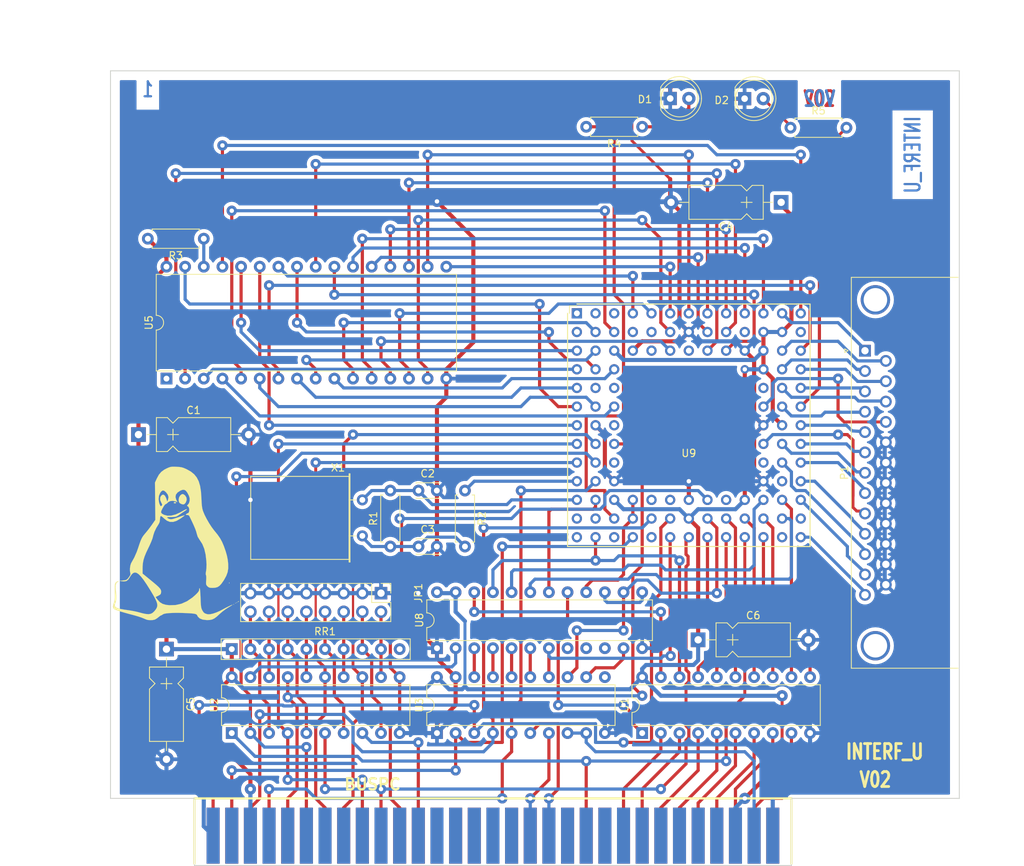
<source format=kicad_pcb>
(kicad_pcb (version 20221018) (generator pcbnew)
  (title_block (title "Demo") (rev "2.C") (company "Kicad"))
  (layers (0 "F.Cu" signal "top_copper") (31 "B.Cu" signal "bottom_copper") (34 "B.Paste" user) (35 "F.Paste" user) (36 "B.SilkS" user "B.Silkscreen") (37 "F.SilkS" user "F.Silkscreen") (38 "B.Mask" user) (39 "F.Mask" user) (44 "Edge.Cuts" user))
  (net 0 "")
  (net 1 "/8MH-OUT")
  (net 2 "/ACK")
  (net 3 "/AUTOFD-")
  (net 4 "/BIT0")
  (net 5 "/BIT1")
  (net 6 "/BIT2")
  (net 7 "/BIT3")
  (net 8 "/BIT4")
  (net 9 "/BIT5")
  (net 10 "/BIT6")
  (net 11 "/BIT7")
  (net 12 "/BUST+")
  (net 13 "/CLKLCA")
  (net 14 "/CS1-")
  (net 15 "/D0")
  (net 16 "/D1")
  (net 17 "/D2")
  (net 18 "/D3")
  (net 19 "/D4")
  (net 20 "/D5")
  (net 21 "/D6")
  (net 22 "/D7")
  (net 23 "/DIR")
  (net 24 "/DONE")
  (net 25 "/ENBBUF")
  (net 26 "/ERROR-")
  (net 27 "/INIT-")
  (net 28 "/LED1")
  (net 29 "/LED2")
  (net 30 "/MA0")
  (net 31 "/MA1")
  (net 32 "/MA10")
  (net 33 "/MA11")
  (net 34 "/MA12")
  (net 35 "/MA13")
  (net 36 "/MA14")
  (net 37 "/MA15")
  (net 38 "/MA16")
  (net 39 "/MA2")
  (net 40 "/MA3")
  (net 41 "/MA4")
  (net 42 "/MA5")
  (net 43 "/MA6")
  (net 44 "/MA7")
  (net 45 "/MA8")
  (net 46 "/MA9")
  (net 47 "/MATCHL")
  (net 48 "/MD0")
  (net 49 "/MD1")
  (net 50 "/MD2")
  (net 51 "/MD3")
  (net 52 "/MD4")
  (net 53 "/MD5")
  (net 54 "/MD6")
  (net 55 "/MD7")
  (net 56 "/OE-")
  (net 57 "/PC-A0")
  (net 58 "/PC-A1")
  (net 59 "/PC-A10")
  (net 60 "/PC-A11")
  (net 61 "/PC-A2")
  (net 62 "/PC-A3")
  (net 63 "/PC-A4")
  (net 64 "/PC-A5")
  (net 65 "/PC-A6")
  (net 66 "/PC-A7")
  (net 67 "/PC-A8")
  (net 68 "/PC-A9")
  (net 69 "/PC-AEN")
  (net 70 "/PC-DB0")
  (net 71 "/PC-DB1")
  (net 72 "/PC-DB2")
  (net 73 "/PC-DB3")
  (net 74 "/PC-DB4")
  (net 75 "/PC-DB5")
  (net 76 "/PC-DB6")
  (net 77 "/PC-DB7")
  (net 78 "/PC-IOR")
  (net 79 "/PC-IOW")
  (net 80 "/PC-RD")
  (net 81 "/PC-RST")
  (net 82 "/PC-WR")
  (net 83 "/PE+")
  (net 84 "/PROG-")
  (net 85 "/REF10")
  (net 86 "/REF11")
  (net 87 "/REF4")
  (net 88 "/REF5")
  (net 89 "/REF6")
  (net 90 "/REF7")
  (net 91 "/REF8")
  (net 92 "/REF9")
  (net 93 "/RSTL")
  (net 94 "/SEL_LPT")
  (net 95 "/SLCT+")
  (net 96 "/SLCTIN-")
  (net 97 "/STROBE")
  (net 98 "/WR-")
  (net 99 "/WR_REG")
  (net 100 "GND")
  (net 101 "VCC")
  (net 102 "Net-(C2-Pad1)")
  (net 103 "Net-(C3-Pad1)")
  (net 104 "Net-(R3-Pad1)")
  (net 105 "Net-(U3-Pad15)")
  (net 106 "Net-(U3-Pad16)")
  (net 107 "Net-(U3-Pad17)")
  (net 108 "Net-(U3-Pad18)")
  (net 109 "Net-(D1-Pad2)")
  (net 110 "Net-(D2-Pad2)")
  (net 111 "Net-(BUS1-Pad4)")
  (net 112 "Net-(BUS1-Pad5)")
  (net 113 "Net-(BUS1-Pad6)")
  (net 114 "Net-(BUS1-Pad7)")
  (net 115 "Net-(BUS1-Pad8)")
  (net 116 "Net-(BUS1-Pad9)")
  (net 117 "Net-(BUS1-Pad10)")
  (net 118 "Net-(BUS1-Pad11)")
  (net 119 "Net-(BUS1-Pad12)")
  (net 120 "Net-(BUS1-Pad15)")
  (net 121 "Net-(BUS1-Pad16)")
  (net 122 "Net-(BUS1-Pad17)")
  (net 123 "Net-(BUS1-Pad18)")
  (net 124 "Net-(BUS1-Pad19)")
  (net 125 "Net-(BUS1-Pad20)")
  (net 126 "Net-(BUS1-Pad21)")
  (net 127 "Net-(BUS1-Pad22)")
  (net 128 "Net-(BUS1-Pad23)")
  (net 129 "Net-(BUS1-Pad24)")
  (net 130 "Net-(BUS1-Pad25)")
  (net 131 "Net-(BUS1-Pad26)")
  (net 132 "Net-(BUS1-Pad27)")
  (net 133 "Net-(BUS1-Pad28)")
  (net 134 "Net-(BUS1-Pad30)")
  (net 135 "Net-(BUS1-Pad32)")
  (net 136 "Net-(BUS1-Pad41)")
  (net 137 "Net-(BUS1-Pad43)")
  (net 138 "Net-(BUS1-Pad44)")
  (net 139 "Net-(BUS1-Pad45)")
  (net 140 "Net-(BUS1-Pad46)")
  (net 141 "Net-(BUS1-Pad47)")
  (net 142 "Net-(BUS1-Pad48)")
  (net 143 "Net-(BUS1-Pad49)")
  (net 144 "Net-(BUS1-Pad50)")
  (net 145 "Net-(RR1-Pad10)")
  (net 146 "Net-(U3-Pad11)")
  (net 147 "Net-(U9-PadN1)")
  (net 148 "Net-(U9-PadN3)")
  (net 149 "Net-(U9-PadM1)")
  (net 150 "Net-(U9-PadM2)")
  (net 151 "Net-(U9-PadJ3)")
  (net 152 "Net-(U9-PadE2)")
  (net 153 "Net-(U9-PadE3)")
  (net 154 "Net-(U9-PadC5)")
  (net 155 "Net-(U9-PadB1)")
  (net 156 "Net-(U9-PadB4)")
  (net 157 "Net-(U9-PadB5)")
  (net 158 "Net-(U9-PadB10)")
  (net 159 "Net-(U9-PadB13)")
  (net 160 "Net-(U9-PadA1)")
  (net 161 "Net-(U9-PadA2)")
  (net 162 "Net-(U9-PadA3)")
  (net 163 "Net-(U9-PadN5)")
  (net 164 "Net-(U9-PadN12)")
  (net 165 "Net-(U9-PadL5)")
  (net 166 "Net-(U9-PadL6)")
  (net 167 "Net-(U9-PadL9)")
  (net 168 "Net-(U9-PadK12)")
  (net 169 "Net-(U9-PadJ11)")
  (net 170 "Net-(U9-PadE11)")
  (net 171 "Net-(U8-Pad8)")
  (net 172 "Net-(U8-Pad9)")
  (net 173 "Net-(U8-Pad10)")
  (footprint "Resistor_THT:R_Axial_DIN0207_L6.3mm_D2.5mm_P7.62mm_Horizontal" (layer "F.Cu") (at 171.958 42.037)
    (fp_text reference "R5")
    (fp_text value "330")
  )
  (footprint "Capacitor_THT:CP_Axial_L10.0mm_D4.5mm_P15.00mm_Horizontal" (layer "F.Cu") (at 159.385 111.76)
    (fp_text reference "C6")
    (fp_text value "47uF")
  )
  (footprint "Capacitor_THT:CP_Axial_L10.0mm_D4.5mm_P15.00mm_Horizontal" (layer "F.Cu") (at 86.995 113.03 -90)
    (fp_text reference "C5")
    (fp_text value "47uF")
  )
  (footprint "Capacitor_THT:CP_Axial_L10.0mm_D4.5mm_P15.00mm_Horizontal" (layer "F.Cu") (at 170.688 52.197 180)
    (fp_text reference "C4")
    (fp_text value "47uF")
  )
  (footprint "Capacitor_THT:CP_Axial_L10.0mm_D4.5mm_P15.00mm_Horizontal" (layer "F.Cu") (at 83.185 83.82)
    (fp_text reference "C1")
    (fp_text value "47uF")
  )
  (footprint "Capacitor_THT:C_Disc_D3.0mm_W2.0mm_P2.50mm" (layer "F.Cu") (at 121.305 91.44)
    (fp_text reference "C2")
    (fp_text value "47pF")
  )
  (footprint "Capacitor_THT:C_Disc_D3.0mm_W2.0mm_P2.50mm" (layer "F.Cu") (at 121.305 99.06)
    (fp_text reference "C3")
    (fp_text value "47pF")
  )
  (footprint "Connector_PinHeader_2.54mm:PinHeader_2x08_P2.54mm_Vertical" (layer "F.Cu") (at 116.205 105.41 -90)
    (fp_text reference "JP1")
    (fp_text value "CONN_8X2" hide)
  )
  (footprint "Package_DIP:DIP-20_W7.62mm" (layer "F.Cu") (at 151.765 124.46 90)
    (fp_text reference "U1")
    (fp_text value "74LS245")
  )
  (footprint "Package_DIP:DIP-20_W7.62mm" (layer "F.Cu") (at 95.885 124.46 90)
    (fp_text reference "U2")
    (fp_text value "74LS688")
  )
  (footprint "Package_DIP:DIP-20_W7.62mm" (layer "F.Cu") (at 123.825 124.46 90)
    (fp_text reference "U3")
    (fp_text value "74LS541")
  )
  (footprint "LOGO" (layer "F.Cu") (at 88.4 98.6)
    (fp_text reference "G1" hide)
    (fp_text value "Tux" hide)
  )
  (footprint "Package_DIP:DIP-32_W15.24mm" (layer "F.Cu") (at 86.995 76.2 90)
    (fp_text reference "U5")
    (fp_text value "628128")
  )
  (footprint "Package_DIP:DIP-24_W7.62mm" (layer "F.Cu") (at 123.825 112.903 90)
    (fp_text reference "U8")
    (fp_text value "EP600")
  )
  (footprint "Crystal:Crystal_HC18-U_Horizontal" (layer "F.Cu") (at 113.665 92.71 -90)
    (fp_text reference "X1")
    (fp_text value "8MHz")
  )
  (footprint "Resistor_THT:R_Axial_DIN0207_L6.3mm_D2.5mm_P7.62mm_Horizontal" (layer "F.Cu") (at 151.765 41.91 180)
    (fp_text reference "R4")
    (fp_text value "330")
  )
  (footprint "LED_THT:LED_D5.0mm" (layer "F.Cu") (at 155.58 38.06)
    (fp_text reference "D1")
    (fp_text value "LED")
  )
  (footprint "LED_THT:LED_D5.0mm" (layer "F.Cu") (at 165.71 38.08)
    (fp_text reference "D2")
    (fp_text value "LED")
  )
  (footprint "Connector_Dsub:DSUB-25_Female_Horizontal_P2.77x2.84mm_EdgePinOffset9.90mm_Housed_MountingHolesOffset11.32mm" (layer "F.Cu") (at 182.1 72.4 90)
    (fp_text reference "P1")
    (fp_text value "DB25FEMELLE")
  )
  (footprint "Resistor_THT:R_Array_SIP10" (layer "F.Cu") (at 95.885 113.03)
    (fp_text reference "RR1")
    (fp_text value "9x1K")
  )
  (footprint "interf_u:PGA120" (layer "F.Cu") (at 158.115 82.55 180)
    (fp_text reference "U9")
    (fp_text value "4003APG120")
  )
  (footprint "interf_u:BUS_PC" (layer "F.Cu") (at 131.445 138.43)
    (fp_text reference "BUS1" hide)
    (fp_text value "BUSPC")
  )
  (footprint "Resistor_THT:R_Axial_DIN0207_L6.3mm_D2.5mm_P7.62mm_Horizontal" (layer "F.Cu") (at 92.075 57.15 180)
    (fp_text reference "R3")
    (fp_text value "10K")
  )
  (footprint "Resistor_THT:R_Axial_DIN0207_L6.3mm_D2.5mm_P7.62mm_Horizontal" (layer "F.Cu") (at 127.635 91.44 -90)
    (fp_text reference "R2")
    (fp_text value "1K")
  )
  (footprint "Resistor_THT:R_Axial_DIN0207_L6.3mm_D2.5mm_P7.62mm_Horizontal" (layer "F.Cu") (at 117.475 99.06 90)
    (fp_text reference "R1")
    (fp_text value "100K")
  )
  (gr_line (start 172.085 133.35) (end 194.945 133.35) (stroke (width 0.127)) (layer "Edge.Cuts"))
  (gr_line (start 90.805 140.97) (end 90.805 142.494) (stroke (width 0.127)) (layer "Edge.Cuts"))
  (gr_line (start 79.375 133.35) (end 79.375 34.29) (stroke (width 0.127)) (layer "Edge.Cuts"))
  (gr_line (start 79.375 34.29) (end 194.945 34.29) (stroke (width 0.127)) (layer "Edge.Cuts"))
  (gr_line (start 194.945 133.35) (end 194.945 34.29) (stroke (width 0.127)) (layer "Edge.Cuts"))
  (gr_line (start 90.805 142.494) (end 172.085 142.494) (stroke (width 0.127)) (layer "Edge.Cuts"))
  (gr_line (start 90.805 133.35) (end 90.805 140.97) (stroke (width 0.127)) (layer "Edge.Cuts"))
  (gr_line (start 172.085 142.494) (end 172.085 133.35) (stroke (width 0.127)) (layer "Edge.Cuts"))
  (gr_line (start 90.805 133.35) (end 79.375 133.35) (stroke (width 0.127)) (layer "Edge.Cuts"))
  (gr_text "2" (at 81.915 39.37) (layer "F.Cu") (effects (font (size 2.032 1.524) (thickness 0.3048))))
  (gr_text "V02" (at 175.895 38.1) (layer "F.Cu") (effects (font (size 2.032 1.524) (thickness 0.381))))
  (gr_text "INTERF_U" (at 183.515 45.72 90) (layer "F.Cu") (effects (font (size 2.032 1.524) (thickness 0.3048))))
  (gr_text "V02" (at 175.895 38.1) (layer "B.Cu") (effects (font (size 2.032 1.524) (thickness 0.381)) (justify mirror)))
  (gr_text "1" (at 84.455 36.83) (layer "B.Cu") (effects (font (size 2.032 1.524) (thickness 0.3048)) (justify mirror)))
  (gr_text "INTERF_U" (at 188.595 45.72 90) (layer "B.Cu") (effects (font (size 2.032 1.524) (thickness 0.3048)) (justify mirror)))
  (gr_text "INTERF_U" (at 184.785 127) (layer "F.SilkS") (effects (font (size 2.032 1.524) (thickness 0.381))))
  (gr_text "V02" (at 183.515 130.81) (layer "F.SilkS") (effects (font (size 2.032 1.524) (thickness 0.381))))
  (segment (start 128.905 90.17) (end 142.875 90.17) (width 0.4318) (layer "B.Cu") (net 1))
  (segment (start 127.635 91.44) (end 128.905 90.17) (width 0.4318) (layer "B.Cu") (net 1))
  (segment (start 182.245 97.282) (end 180.34 95.377) (width 0.4318) (layer "B.Cu") (net 2))
  (segment (start 180.34 95.25) (end 180.34 95.377) (width 0.4318) (layer "B.Cu") (net 2))
  (segment (start 173.355 90.17) (end 175.26 90.17) (width 0.4318) (layer "B.Cu") (net 2))
  (segment (start 180.34 95.25) (end 175.26 90.17) (width 0.4318) (layer "B.Cu") (net 2))
  (segment (start 181.102 73.787) (end 184.785 73.787) (width 0.4318) (layer "B.Cu") (net 3))
  (segment (start 172.085 71.12) (end 178.435 71.12) (width 0.4318) (layer "B.Cu") (net 3))
  (segment (start 178.435 71.12) (end 181.102 73.787) (width 0.4318) (layer "B.Cu") (net 3))
  (segment (start 170.815 72.39) (end 172.085 71.12) (width 0.4318) (layer "B.Cu") (net 3))
  (segment (start 182.245 74.93) (end 182.245 75.184) (width 0.4318) (layer "B.Cu") (net 4))
  (segment (start 170.815 74.93) (end 172.085 73.66) (width 0.4318) (layer "B.Cu") (net 4))
  (segment (start 180.975 74.93) (end 182.245 74.93) (width 0.4318) (layer "B.Cu") (net 4))
  (segment (start 172.085 73.66) (end 179.705 73.66) (width 0.4318) (layer "B.Cu") (net 4))
  (segment (start 179.705 73.66) (end 180.975 74.93) (width 0.4318) (layer "B.Cu") (net 4))
  (segment (start 182.245 77.47) (end 182.245 77.851) (width 0.4318) (layer "B.Cu") (net 5))
  (segment (start 173.355 77.47) (end 182.245 77.47) (width 0.4318) (layer "B.Cu") (net 5))
  (segment (start 176.657 80.772) (end 182.245 80.772) (width 0.4318) (layer "B.Cu") (net 6))
  (segment (start 176.149 81.28) (end 176.657 80.772) (width 0.4318) (layer "B.Cu") (net 6))
  (segment (start 172.085 81.28) (end 176.149 81.28) (width 0.4318) (layer "B.Cu") (net 6))
  (segment (start 170.815 80.01) (end 172.085 81.28) (width 0.4318) (layer "B.Cu") (net 6))
  (segment (start 173.355 82.55) (end 179.578 82.55) (width 0.4318) (layer "B.Cu") (net 7))
  (segment (start 179.578 82.55) (end 180.34 83.312) (width 0.4318) (layer "B.Cu") (net 7))
  (segment (start 180.34 83.312) (end 182.245 83.439) (width 0.4318) (layer "B.Cu") (net 7))
  (segment (start 182.245 86.106) (end 182.245 86.233) (width 0.4318) (layer "B.Cu") (net 8))
  (segment (start 173.355 85.09) (end 179.578 85.09) (width 0.4318) (layer "B.Cu") (net 8))
  (segment (start 179.578 85.09) (end 180.594 86.106) (width 0.4318) (layer "B.Cu") (net 8))
  (segment (start 180.594 86.106) (end 182.245 86.106) (width 0.4318) (layer "B.Cu") (net 8))
  (segment (start 178.435 86.36) (end 180.975 88.9) (width 0.4318) (layer "B.Cu") (net 9))
  (segment (start 172.085 86.36) (end 178.435 86.36) (width 0.4318) (layer "B.Cu") (net 9))
  (segment (start 180.975 88.9) (end 182.245 88.9) (width 0.4318) (layer "B.Cu") (net 9))
  (segment (start 170.815 85.09) (end 172.085 86.36) (width 0.4318) (layer "B.Cu") (net 9))
  (segment (start 178.435 87.63) (end 182.245 91.44) (width 0.4318) (layer "B.Cu") (net 10))
  (segment (start 173.355 87.63) (end 178.435 87.63) (width 0.4318) (layer "B.Cu") (net 10))
  (segment (start 182.245 91.44) (end 182.245 91.694) (width 0.4318) (layer "B.Cu") (net 10))
  (segment (start 180.975 94.234) (end 181.774 94.234) (width 0.4) (layer "F.Cu") (net 11))
  (segment (start 179.705 83.82) (end 180.467 84.582) (width 0.4318) (layer "F.Cu") (net 11))
  (segment (start 180.467 84.582) (end 180.467 92.202) (width 0.4318) (layer "F.Cu") (net 11))
  (segment (start 181.774 94.234) (end 182.1 94.56) (width 0.4) (layer "F.Cu") (net 11))
  (segment (start 180.467 93.726) (end 180.975 94.234) (width 0.4) (layer "F.Cu") (net 11))
  (segment (start 180.467 92.202) (end 180.467 93.726) (width 0.4) (layer "F.Cu") (net 11))
  (segment (start 178.435 83.82) (end 179.705 83.82) (width 0.4318) (layer "F.Cu") (net 11))
  (via (at 178.435 83.82) (size 1.397) (drill 0.6) (layers "F.Cu" "B.Cu") (net 11))
  (segment (start 168.275 85.09) (end 169.545 83.82) (width 0.4318) (layer "B.Cu") (net 11))
  (segment (start 169.545 83.82) (end 178.435 83.82) (width 0.4318) (layer "B.Cu") (net 11))
  (segment (start 172.085 90.805) (end 172.72 91.44) (width 0.4318) (layer "B.Cu") (net 12))
  (segment (start 170.815 87.63) (end 172.085 88.9) (width 0.4318) (layer "B.Cu") (net 12))
  (segment (start 172.72 91.44) (end 173.99 91.44) (width 0.4318) (layer "B.Cu") (net 12))
  (segment (start 173.99 91.44) (end 182.245 99.695) (width 0.4318) (layer "B.Cu") (net 12))
  (segment (start 172.085 88.9) (end 172.085 90.805) (width 0.4318) (layer "B.Cu") (net 12))
  (segment (start 182.245 99.695) (end 182.245 99.949) (width 0.4318) (layer "B.Cu") (net 12))
  (segment (start 144.9705 103.632) (end 144.145 104.4575) (width 0.4318) (layer "F.Cu") (net 13))
  (segment (start 144.145 104.4575) (end 144.145 105.41) (width 0.4318) (layer "F.Cu") (net 13))
  (segment (start 150.495 92.71) (end 150.495 95.25) (width 0.4318) (layer "F.Cu") (net 13))
  (segment (start 150.495 95.25) (end 149.225 96.52) (width 0.4318) (layer "F.Cu") (net 13))
  (segment (start 149.225 96.52) (end 149.225 102.87) (width 0.4318) (layer "F.Cu") (net 13))
  (segment (start 149.225 102.87) (end 148.463 103.632) (width 0.4318) (layer "F.Cu") (net 13))
  (segment (start 148.463 103.632) (end 144.9705 103.632) (width 0.4318) (layer "F.Cu") (net 13))
  (segment (start 165.735 67.31) (end 165.735 58.42) (width 0.4318) (layer "F.Cu") (net 14))
  (via (at 165.735 58.42) (size 1.397) (drill 0.6) (layers "F.Cu" "B.Cu") (net 14))
  (segment (start 113.665 58.42) (end 112.395 59.69) (width 0.4318) (layer "B.Cu") (net 14))
  (segment (start 112.395 59.69) (end 112.395 60.96) (width 0.4318) (layer "B.Cu") (net 14))
  (segment (start 165.735 58.42) (end 113.665 58.42) (width 0.4318) (layer "B.Cu") (net 14))
  (segment (start 145.415 100.965) (end 145.415 97.79) (width 0.4318) (layer "F.Cu") (net 15))
  (segment (start 156.845 100.965) (end 156.845 116.84) (width 0.4318) (layer "F.Cu") (net 15))
  (via (at 156.845 100.965) (size 1.397) (drill 0.6) (layers "F.Cu" "B.Cu") (net 15))
  (via (at 145.415 100.965) (size 1.397) (drill 0.6) (layers "F.Cu" "B.Cu") (net 15))
  (segment (start 148.59 100.33) (end 156.21 100.33) (width 0.4318) (layer "B.Cu") (net 15))
  (segment (start 131.445 105.41) (end 131.445 102.235) (width 0.4318) (layer "B.Cu") (net 15))
  (segment (start 145.415 100.965) (end 147.955 100.965) (width 0.4318) (layer "B.Cu") (net 15))
  (segment (start 132.715 100.965) (end 145.415 100.965) (width 0.4318) (layer "B.Cu") (net 15))
  (segment (start 156.21 100.33) (end 156.845 100.965) (width 0.4318) (layer "B.Cu") (net 15))
  (segment (start 147.955 100.965) (end 148.59 100.33) (width 0.4318) (layer "B.Cu") (net 15))
  (segment (start 131.445 102.235) (end 132.715 100.965) (width 0.4318) (layer "B.Cu") (net 15))
  (segment (start 159.385 116.84) (end 159.385 115.57) (width 0.4318) (layer "F.Cu") (net 16))
  (segment (start 161.29 107.315) (end 160.655 106.68) (width 0.4318) (layer "F.Cu") (net 16))
  (segment (start 161.29 113.665) (end 161.29 107.315) (width 0.4318) (layer "F.Cu") (net 16))
  (segment (start 160.655 106.68) (end 160.655 97.79) (width 0.4318) (layer "F.Cu") (net 16))
  (segment (start 159.385 115.57) (end 161.29 113.665) (width 0.4318) (layer "F.Cu") (net 16))
  (segment (start 163.195 97.79) (end 163.195 114.3) (width 0.4318) (layer "F.Cu") (net 17))
  (segment (start 161.925 115.57) (end 161.925 116.84) (width 0.4318) (layer "F.Cu") (net 17))
  (segment (start 163.195 114.3) (end 161.925 115.57) (width 0.4318) (layer "F.Cu") (net 17))
  (segment (start 164.465 96.52) (end 164.465 116.84) (width 0.4318) (layer "F.Cu") (net 18))
  (segment (start 163.195 95.25) (end 164.465 96.52) (width 0.4318) (layer "F.Cu") (net 18))
  (segment (start 165.735 95.25) (end 167.005 96.52) (width 0.4318) (layer "F.Cu") (net 19))
  (segment (start 167.005 96.52) (end 167.005 116.84) (width 0.4318) (layer "F.Cu") (net 19))
  (segment (start 169.545 113.665) (end 169.545 116.84) (width 0.4318) (layer "F.Cu") (net 20))
  (segment (start 168.275 97.79) (end 168.275 112.395) (width 0.4318) (layer "F.Cu") (net 20))
  (segment (start 168.275 112.395) (end 169.545 113.665) (width 0.4318) (layer "F.Cu") (net 20))
  (segment (start 168.275 95.25) (end 169.545 96.52) (width 0.4318) (layer "F.Cu") (net 21))
  (segment (start 169.545 96.52) (end 169.545 111.76) (width 0.4318) (layer "F.Cu") (net 21))
  (segment (start 172.085 114.3) (end 172.085 116.84) (width 0.4318) (layer "F.Cu") (net 21))
  (segment (start 169.545 111.76) (end 172.085 114.3) (width 0.4318) (layer "F.Cu") (net 21))
  (segment (start 170.815 92.71) (end 172.085 93.98) (width 0.4318) (layer "F.Cu") (net 22))
  (segment (start 172.085 93.98) (end 172.085 112.395) (width 0.4318) (layer "F.Cu") (net 22))
  (segment (start 172.085 112.395) (end 174.625 114.935) (width 0.4318) (layer "F.Cu") (net 22))
  (segment (start 174.625 114.935) (end 174.625 116.84) (width 0.4318) (layer "F.Cu") (net 22))
  (segment (start 150.495 123.19) (end 151.765 124.46) (width 0.4318) (layer "F.Cu") (net 23))
  (segment (start 141.605 109.22) (end 140.335 110.49) (width 0.4318) (layer "F.Cu") (net 23))
  (segment (start 140.335 110.49) (end 140.335 120.65) (width 0.4318) (layer "F.Cu") (net 23))
  (segment (start 149.225 120.65) (end 150.495 121.92) (width 0.4318) (layer "F.Cu") (net 23))
  (segment (start 150.495 121.92) (end 150.495 123.19) (width 0.4318) (layer "F.Cu") (net 23))
  (segment (start 141.605 105.41) (end 141.605 109.22) (width 0.4318) (layer "F.Cu") (net 23))
  (via (at 140.335 120.65) (size 1.397) (drill 0.6) (layers "F.Cu" "B.Cu") (net 23))
  (via (at 149.225 120.65) (size 1.397) (drill 0.6) (layers "F.Cu" "B.Cu") (net 23))
  (segment (start 140.335 120.65) (end 149.225 120.65) (width 0.4318) (layer "B.Cu") (net 23))
  (segment (start 134.3025 102.235) (end 149.225 102.235) (width 0.4318) (layer "B.Cu") (net 24))
  (segment (start 154.305 101.6) (end 154.94 102.235) (width 0.4318) (layer "B.Cu") (net 24))
  (segment (start 166.37 102.235) (end 167.005 101.6) (width 0.4318) (layer "B.Cu") (net 24))
  (segment (start 154.94 102.235) (end 166.37 102.235) (width 0.4318) (layer "B.Cu") (net 24))
  (segment (start 133.985 105.41) (end 133.985 102.5525) (width 0.4318) (layer "B.Cu") (net 24))
  (segment (start 149.225 102.235) (end 149.86 101.6) (width 0.4318) (layer "B.Cu") (net 24))
  (segment (start 149.86 101.6) (end 154.305 101.6) (width 0.4318) (layer "B.Cu") (net 24))
  (segment (start 167.005 101.6) (end 167.005 93.98) (width 0.4318) (layer "B.Cu") (net 24))
  (segment (start 133.985 102.5525) (end 134.3025 102.235) (width 0.4318) (layer "B.Cu") (net 24))
  (segment (start 167.005 93.98) (end 168.275 92.71) (width 0.4318) (layer "B.Cu") (net 24))
  (segment (start 128.905 105.41) (end 128.905 107.95) (width 0.4318) (layer "F.Cu") (net 25))
  (segment (start 154.305 107.95) (end 154.305 116.84) (width 0.4318) (layer "F.Cu") (net 25))
  (via (at 128.905 107.95) (size 1.397) (drill 0.6) (layers "F.Cu" "B.Cu") (net 25))
  (via (at 154.305 107.95) (size 1.397) (drill 0.6) (layers "F.Cu" "B.Cu") (net 25))
  (segment (start 128.905 107.95) (end 154.305 107.95) (width 0.4318) (layer "B.Cu") (net 25))
  (segment (start 179.451 74.93) (end 181.102 76.581) (width 0.4318) (layer "B.Cu") (net 26))
  (segment (start 181.102 76.581) (end 184.785 76.581) (width 0.4318) (layer "B.Cu") (net 26))
  (segment (start 173.355 74.93) (end 179.451 74.93) (width 0.4318) (layer "B.Cu") (net 26))
  (segment (start 184.785 79.248) (end 184.785 79.2988) (width 0.4318) (layer "B.Cu") (net 27))
  (segment (start 181.229 79.248) (end 184.785 79.248) (width 0.4318) (layer "B.Cu") (net 27))
  (segment (start 180.721 78.74) (end 181.229 79.248) (width 0.4318) (layer "B.Cu") (net 27))
  (segment (start 172.085 78.74) (end 180.721 78.74) (width 0.4318) (layer "B.Cu") (net 27))
  (segment (start 170.815 77.47) (end 172.085 78.74) (width 0.4318) (layer "B.Cu") (net 27))
  (segment (start 146.685 91.44) (end 144.145 91.44) (width 0.4318) (layer "F.Cu") (net 28))
  (segment (start 147.955 64.77) (end 147.955 43.561) (width 0.4318) (layer "F.Cu") (net 28))
  (segment (start 149.225 81.28) (end 149.225 66.04) (width 0.4318) (layer "F.Cu") (net 28))
  (segment (start 146.304 41.91) (end 144.145 41.91) (width 0.4318) (layer "F.Cu") (net 28))
  (segment (start 149.225 66.04) (end 147.955 64.77) (width 0.4318) (layer "F.Cu") (net 28))
  (segment (start 144.145 91.44) (end 144.145 81.28) (width 0.4318) (layer "F.Cu") (net 28))
  (segment (start 147.955 43.561) (end 146.304 41.91) (width 0.4318) (layer "F.Cu") (net 28))
  (segment (start 146.685 93.98) (end 146.685 91.44) (width 0.4318) (layer "F.Cu") (net 28))
  (segment (start 147.955 95.25) (end 146.685 93.98) (width 0.4318) (layer "F.Cu") (net 28))
  (segment (start 144.145 81.28) (end 149.225 81.28) (width 0.4318) (layer "F.Cu") (net 28))
  (segment (start 175.895 45.72) (end 175.895 46.736) (width 0.381) (layer "F.Cu") (net 29))
  (segment (start 179.578 42.037) (end 175.895 45.72) (width 0.381) (layer "F.Cu") (net 29))
  (segment (start 175.895 77.47) (end 175.895 46.736) (width 0.4318) (layer "F.Cu") (net 29))
  (segment (start 173.355 80.01) (end 175.895 77.47) (width 0.4318) (layer "F.Cu") (net 29))
  (segment (start 113.665 57.15) (end 113.665 73.66) (width 0.4318) (layer "F.Cu") (net 30))
  (segment (start 114.935 74.93) (end 113.665 73.66) (width 0.4318) (layer "F.Cu") (net 30))
  (segment (start 114.935 76.2) (end 114.935 74.93) (width 0.4318) (layer "F.Cu") (net 30))
  (segment (start 168.275 67.31) (end 168.275 57.15) (width 0.4318) (layer "F.Cu") (net 30))
  (via (at 113.665 57.15) (size 1.397) (drill 0.6) (layers "F.Cu" "B.Cu") (net 30))
  (via (at 168.275 57.15) (size 1.397) (drill 0.6) (layers "F.Cu" "B.Cu") (net 30))
  (segment (start 168.275 57.15) (end 113.665 57.15) (width 0.4318) (layer "B.Cu") (net 30))
  (segment (start 111.125 73.66) (end 111.125 68.58) (width 0.4318) (layer "F.Cu") (net 31))
  (segment (start 112.395 76.2) (end 112.395 74.93) (width 0.4318) (layer "F.Cu") (net 31))
  (segment (start 112.395 74.93) (end 111.125 73.66) (width 0.4318) (layer "F.Cu") (net 31))
  (via (at 111.125 68.58) (size 1.397) (drill 0.6) (layers "F.Cu" "B.Cu") (net 31))
  (segment (start 144.145 68.58) (end 111.125 68.58) (width 0.4318) (layer "B.Cu") (net 31))
  (segment (start 145.415 69.85) (end 144.145 68.58) (width 0.4318) (layer "B.Cu") (net 31))
  (segment (start 163.195 72.39) (end 164.465 71.12) (width 0.4318) (layer "F.Cu") (net 32))
  (segment (start 164.465 71.12) (end 167.005 71.12) (width 0.4318) (layer "F.Cu") (net 32))
  (segment (start 109.855 64.77) (end 109.855 60.96) (width 0.4318) (layer "F.Cu") (net 32))
  (segment (start 167.005 71.12) (end 167.005 64.77) (width 0.4318) (layer "F.Cu") (net 32))
  (via (at 109.855 64.77) (size 1.397) (drill 0.6) (layers "F.Cu" "B.Cu") (net 32))
  (via (at 167.005 64.77) (size 1.397) (drill 0.6) (layers "F.Cu" "B.Cu") (net 32))
  (segment (start 167.005 64.77) (end 109.855 64.77) (width 0.4318) (layer "B.Cu") (net 32))
  (segment (start 145.415 74.93) (end 144.145 73.66) (width 0.4318) (layer "F.Cu") (net 33))
  (segment (start 139.065 71.12) (end 139.065 69.85) (width 0.4318) (layer "F.Cu") (net 33))
  (segment (start 104.775 68.58) (end 104.775 60.96) (width 0.4318) (layer "F.Cu") (net 33))
  (segment (start 141.605 73.66) (end 139.065 71.12) (width 0.4318) (layer "F.Cu") (net 33))
  (segment (start 144.145 73.66) (end 141.605 73.66) (width 0.4318) (layer "F.Cu") (net 33))
  (via (at 104.775 68.58) (size 1.397) (drill 0.6) (layers "F.Cu" "B.Cu") (net 33))
  (via (at 139.065 69.85) (size 1.397) (drill 0.6) (layers "F.Cu" "B.Cu") (net 33))
  (segment (start 106.045 69.85) (end 104.775 68.58) (width 0.4318) (layer "B.Cu") (net 33))
  (segment (start 139.065 69.85) (end 106.045 69.85) (width 0.4318) (layer "B.Cu") (net 33))
  (segment (start 99.695 81.28) (end 94.615 76.2) (width 0.4318) (layer "B.Cu") (net 34))
  (segment (start 146.685 81.28) (end 99.695 81.28) (width 0.4318) (layer "B.Cu") (net 34))
  (segment (start 147.955 80.01) (end 146.685 81.28) (width 0.4318) (layer "B.Cu") (net 34))
  (segment (start 97.155 68.58) (end 97.155 60.96) (width 0.4318) (layer "F.Cu") (net 35))
  (via (at 97.155 68.58) (size 1.397) (drill 0.6) (layers "F.Cu" "B.Cu") (net 35))
  (segment (start 97.155 69.85) (end 97.155 68.58) (width 0.4318) (layer "B.Cu") (net 35))
  (segment (start 99.695 72.39) (end 97.155 69.85) (width 0.4318) (layer "B.Cu") (net 35))
  (segment (start 142.875 72.39) (end 99.695 72.39) (width 0.4318) (layer "B.Cu") (net 35))
  (segment (start 142.875 74.93) (end 93.345 74.93) (width 0.4318) (layer "B.Cu") (net 36))
  (segment (start 93.345 74.93) (end 92.075 76.2) (width 0.4318) (layer "B.Cu") (net 36))
  (segment (start 140.335 80.01) (end 142.875 80.01) (width 0.4318) (layer "F.Cu") (net 37))
  (segment (start 137.795 66.04) (end 137.795 77.47) (width 0.4318) (layer "F.Cu") (net 37))
  (segment (start 137.795 77.47) (end 140.335 80.01) (width 0.4318) (layer "F.Cu") (net 37))
  (via (at 137.795 66.04) (size 1.397) (drill 0.6) (layers "F.Cu" "B.Cu") (net 37))
  (segment (start 89.535 60.96) (end 89.535 65.405) (width 0.4318) (layer "B.Cu") (net 37))
  (segment (start 137.795 66.04) (end 90.17 66.04) (width 0.4318) (layer "B.Cu") (net 37))
  (segment (start 90.17 66.04) (end 89.535 65.405) (width 0.4318) (layer "B.Cu") (net 37))
  (segment (start 88.265 73.66) (end 89.535 74.93) (width 0.4318) (layer "F.Cu") (net 38))
  (segment (start 161.925 71.12) (end 160.655 72.39) (width 0.4318) (layer "F.Cu") (net 38))
  (segment (start 161.925 48.26) (end 161.925 71.12) (width 0.4318) (layer "F.Cu") (net 38))
  (segment (start 89.535 74.93) (end 89.535 76.2) (width 0.4318) (layer "F.Cu") (net 38))
  (segment (start 88.265 48.26) (end 88.265 73.66) (width 0.4318) (layer "F.Cu") (net 38))
  (via (at 161.925 48.26) (size 1.397) (drill 0.6) (layers "F.Cu" "B.Cu") (net 38))
  (via (at 88.265 48.26) (size 1.397) (drill 0.6) (layers "F.Cu" "B.Cu") (net 38))
  (segment (start 161.925 48.26) (end 88.265 48.26) (width 0.4318) (layer "B.Cu") (net 38))
  (segment (start 111.125 77.47) (end 109.855 76.2) (width 0.4318) (layer "B.Cu") (net 39))
  (segment (start 132.715 77.47) (end 111.125 77.47) (width 0.4318) (layer "B.Cu") (net 39))
  (segment (start 146.685 76.2) (end 133.985 76.2) (width 0.4318) (layer "B.Cu") (net 39))
  (segment (start 147.955 74.93) (end 146.685 76.2) (width 0.4318) (layer "B.Cu") (net 39))
  (segment (start 133.985 76.2) (end 132.715 77.47) (width 0.4318) (layer "B.Cu") (net 39))
  (segment (start 107.315 76.2) (end 107.315 74.93) (width 0.4318) (layer "F.Cu") (net 40))
  (segment (start 107.315 74.93) (end 106.045 73.66) (width 0.4318) (layer "F.Cu") (net 40))
  (via (at 106.045 73.66) (size 1.397) (drill 0.6) (layers "F.Cu" "B.Cu") (net 40))
  (segment (start 144.145 73.66) (end 106.045 73.66) (width 0.4318) (layer "B.Cu") (net 40))
  (segment (start 145.415 72.39) (end 144.145 73.66) (width 0.4318) (layer "B.Cu") (net 40))
  (segment (start 142.875 77.47) (end 135.255 77.47) (width 0.4318) (layer "B.Cu") (net 41))
  (segment (start 133.985 78.74) (end 107.315 78.74) (width 0.4318) (layer "B.Cu") (net 41))
  (segment (start 107.315 78.74) (end 104.775 76.2) (width 0.4318) (layer "B.Cu") (net 41))
  (segment (start 135.255 77.47) (end 133.985 78.74) (width 0.4318) (layer "B.Cu") (net 41))
  (segment (start 102.235 76.2) (end 102.235 74.93) (width 0.4318) (layer "F.Cu") (net 42))
  (segment (start 100.965 73.66) (end 100.965 63.5) (width 0.4318) (layer "F.Cu") (net 42))
  (segment (start 174.625 71.12) (end 173.355 72.39) (width 0.4318) (layer "F.Cu") (net 42))
  (segment (start 174.625 63.5) (end 174.625 71.12) (width 0.4318) (layer "F.Cu") (net 42))
  (segment (start 102.235 74.93) (end 100.965 73.66) (width 0.4318) (layer "F.Cu") (net 42))
  (via (at 174.625 63.5) (size 1.397) (drill 0.6) (layers "F.Cu" "B.Cu") (net 42))
  (via (at 100.965 63.5) (size 1.397) (drill 0.6) (layers "F.Cu" "B.Cu") (net 42))
  (segment (start 100.965 63.5) (end 174.625 63.5) (width 0.4318) (layer "B.Cu") (net 42))
  (segment (start 136.525 78.74) (end 135.255 80.01) (width 0.4318) (layer "B.Cu") (net 43))
  (segment (start 99.695 77.47) (end 99.695 76.2) (width 0.4318) (layer "B.Cu") (net 43))
  (segment (start 145.415 80.01) (end 144.145 78.74) (width 0.4318) (layer "B.Cu") (net 43))
  (segment (start 144.145 78.74) (end 136.525 78.74) (width 0.4318) (layer "B.Cu") (net 43))
  (segment (start 135.255 80.01) (end 102.235 80.01) (width 0.4318) (layer "B.Cu") (net 43))
  (segment (start 102.235 80.01) (end 99.695 77.47) (width 0.4318) (layer "B.Cu") (net 43))
  (segment (start 97.155 74.93) (end 95.885 73.66) (width 0.4318) (layer "F.Cu") (net 44))
  (segment (start 95.885 53.34) (end 95.885 73.66) (width 0.4318) (layer "F.Cu") (net 44))
  (segment (start 97.155 76.2) (end 97.155 74.93) (width 0.4318) (layer "F.Cu") (net 44))
  (segment (start 146.685 68.58) (end 146.685 53.34) (width 0.4318) (layer "F.Cu") (net 44))
  (segment (start 147.955 69.85) (end 146.685 68.58) (width 0.4318) (layer "F.Cu") (net 44))
  (via (at 95.885 53.34) (size 1.397) (drill 0.6) (layers "F.Cu" "B.Cu") (net 44))
  (via (at 146.685 53.34) (size 1.397) (drill 0.6) (layers "F.Cu" "B.Cu") (net 44))
  (segment (start 146.685 53.34) (end 95.885 53.34) (width 0.4318) (layer "B.Cu") (net 44))
  (segment (start 100.965 82.55) (end 100.965 74.93) (width 0.4318) (layer "F.Cu") (net 45))
  (segment (start 100.965 74.93) (end 99.695 73.66) (width 0.4318) (layer "F.Cu") (net 45))
  (segment (start 99.695 73.66) (end 99.695 60.96) (width 0.4318) (layer "F.Cu") (net 45))
  (via (at 100.965 82.55) (size 1.397) (drill 0.6) (layers "F.Cu" "B.Cu") (net 45))
  (segment (start 142.875 82.55) (end 100.965 82.55) (width 0.4318) (layer "B.Cu") (net 45))
  (segment (start 150.495 67.31) (end 150.495 62.23) (width 0.4318) (layer "F.Cu") (net 46))
  (via (at 150.495 62.23) (size 1.397) (drill 0.6) (layers "F.Cu" "B.Cu") (net 46))
  (segment (start 103.505 62.23) (end 102.235 60.96) (width 0.4318) (layer "B.Cu") (net 46))
  (segment (start 150.495 62.23) (end 103.505 62.23) (width 0.4318) (layer "B.Cu") (net 46))
  (segment (start 98.425 116.84) (end 99.822 115.443) (width 0.4318) (layer "B.Cu") (net 47))
  (segment (start 126.365 114.935) (end 126.365 113.03) (width 0.4318) (layer "B.Cu") (net 47))
  (segment (start 99.822 115.443) (end 125.857 115.443) (width 0.4318) (layer "B.Cu") (net 47))
  (segment (start 125.857 115.443) (end 126.365 114.935) (width 0.4318) (layer "B.Cu") (net 47))
  (segment (start 116.205 73.66) (end 116.205 71.12) (width 0.4318) (layer "F.Cu") (net 48))
  (segment (start 117.475 76.2) (end 117.475 74.93) (width 0.4318) (layer "F.Cu") (net 48))
  (segment (start 117.475 74.93) (end 116.205 73.66) (width 0.4318) (layer "F.Cu") (net 48))
  (via (at 116.205 71.12) (size 1.397) (drill 0.6) (layers "F.Cu" "B.Cu") (net 48))
  (segment (start 154.305 71.12) (end 116.205 71.12) (width 0.4318) (layer "B.Cu") (net 48))
  (segment (start 155.575 72.39) (end 154.305 71.12) (width 0.4318) (layer "B.Cu") (net 48))
  (segment (start 120.015 74.93) (end 118.745 73.66) (width 0.4318) (layer "F.Cu") (net 49))
  (segment (start 120.015 76.2) (end 120.015 74.93) (width 0.4318) (layer "F.Cu") (net 49))
  (segment (start 118.745 67.31) (end 118.745 73.66) (width 0.4318) (layer "F.Cu") (net 49))
  (via (at 118.745 67.31) (size 1.397) (drill 0.6) (layers "F.Cu" "B.Cu") (net 49))
  (segment (start 139.065 67.31) (end 118.745 67.31) (width 0.4318) (layer "B.Cu") (net 49))
  (segment (start 151.765 66.04) (end 140.335 66.04) (width 0.4318) (layer "B.Cu") (net 49))
  (segment (start 153.035 67.31) (end 151.765 66.04) (width 0.4318) (layer "B.Cu") (net 49))
  (segment (start 140.335 66.04) (end 139.065 67.31) (width 0.4318) (layer "B.Cu") (net 49))
  (segment (start 121.285 73.66) (end 121.285 54.61) (width 0.4318) (layer "F.Cu") (net 50))
  (segment (start 122.555 74.93) (end 121.285 73.66) (width 0.4318) (layer "F.Cu") (net 50))
  (segment (start 122.555 76.2) (end 122.555 74.93) (width 0.4318) (layer "F.Cu") (net 50))
  (segment (start 155.575 69.85) (end 154.305 68.58) (width 0.4318) (layer "F.Cu") (net 50))
  (segment (start 154.305 57.15) (end 151.765 54.61) (width 0.4318) (layer "F.Cu") (net 50))
  (segment (start 154.305 68.58) (end 154.305 57.15) (width 0.4318) (layer "F.Cu") (net 50))
  (via (at 151.765 54.61) (size 1.397) (drill 0.6) (layers "F.Cu" "B.Cu") (net 50))
  (via (at 121.285 54.61) (size 1.397) (drill 0.6) (layers "F.Cu" "B.Cu") (net 50))
  (segment (start 121.285 54.61) (end 151.765 54.61) (width 0.4318) (layer "B.Cu") (net 50))
  (segment (start 155.575 67.31) (end 155.575 60.96) (width 0.4318) (layer "F.Cu") (net 51))
  (via (at 155.575 60.96) (size 1.397) (drill 0.6) (layers "F.Cu" "B.Cu") (net 51))
  (segment (start 155.575 60.96) (end 125.095 60.96) (width 0.4318) (layer "B.Cu") (net 51))
  (segment (start 158.115 67.31) (end 158.115 45.72) (width 0.4318) (layer "F.Cu") (net 52))
  (segment (start 122.555 60.96) (end 122.555 45.72) (width 0.4318) (layer "F.Cu") (net 52))
  (via (at 122.555 45.72) (size 1.397) (drill 0.6) (layers "F.Cu" "B.Cu") (net 52))
  (via (at 158.115 45.72) (size 1.397) (drill 0.6) (layers "F.Cu" "B.Cu") (net 52))
  (segment (start 158.115 45.72) (end 122.555 45.72) (width 0.4318) (layer "B.Cu") (net 52))
  (segment (start 120.015 60.96) (end 120.015 49.53) (width 0.4318) (layer "F.Cu") (net 53))
  (segment (start 160.655 67.31) (end 160.655 49.53) (width 0.4318) (layer "F.Cu") (net 53))
  (via (at 160.655 49.53) (size 1.397) (drill 0.6) (layers "F.Cu" "B.Cu") (net 53))
  (via (at 120.015 49.53) (size 1.397) (drill 0.6) (layers "F.Cu" "B.Cu") (net 53))
  (segment (start 120.015 49.53) (end 160.655 49.53) (width 0.4318) (layer "B.Cu") (net 53))
  (segment (start 163.195 67.31) (end 163.195 55.88) (width 0.4318) (layer "F.Cu") (net 54))
  (segment (start 117.475 60.96) (end 117.475 55.88) (width 0.4318) (layer "F.Cu") (net 54))
  (via (at 117.475 55.88) (size 1.397) (drill 0.6) (layers "F.Cu" "B.Cu") (net 54))
  (via (at 163.195 55.88) (size 1.397) (drill 0.6) (layers "F.Cu" "B.Cu") (net 54))
  (segment (start 117.475 55.88) (end 163.195 55.88) (width 0.4318) (layer "B.Cu") (net 54))
  (segment (start 160.655 69.85) (end 159.385 68.58) (width 0.4318) (layer "F.Cu") (net 55))
  (segment (start 159.385 68.58) (end 159.385 59.69) (width 0.4318) (layer "F.Cu") (net 55))
  (via (at 159.385 59.69) (size 1.397) (drill 0.6) (layers "F.Cu" "B.Cu") (net 55))
  (segment (start 116.205 59.69) (end 114.935 60.96) (width 0.4318) (layer "B.Cu") (net 55))
  (segment (start 159.385 59.69) (end 116.205 59.69) (width 0.4318) (layer "B.Cu") (net 55))
  (segment (start 107.315 46.99) (end 107.315 60.96) (width 0.4318) (layer "F.Cu") (net 56))
  (segment (start 163.195 69.85) (end 164.465 68.58) (width 0.4318) (layer "F.Cu") (net 56))
  (segment (start 164.465 68.58) (end 164.465 46.99) (width 0.4318) (layer "F.Cu") (net 56))
  (via (at 107.315 46.99) (size 1.397) (drill 0.6) (layers "F.Cu" "B.Cu") (net 56))
  (via (at 164.465 46.99) (size 1.397) (drill 0.6) (layers "F.Cu" "B.Cu") (net 56))
  (segment (start 164.465 46.99) (end 107.315 46.99) (width 0.4318) (layer "B.Cu") (net 56))
  (segment (start 153.035 125.73) (end 149.225 125.73) (width 0.4318) (layer "F.Cu") (net 57))
  (segment (start 128.905 124.46) (end 128.905 120.65) (width 0.4318) (layer "F.Cu") (net 57))
  (segment (start 91.44 125.222) (end 91.44 120.65) (width 0.4318) (layer "F.Cu") (net 57))
  (segment (start 93.345 127.127) (end 91.44 125.222) (width 0.4318) (layer "F.Cu") (net 57))
  (segment (start 155.575 95.25) (end 154.305 96.52) (width 0.4318) (layer "F.Cu") (net 57))
  (segment (start 93.345 138.43) (end 93.345 127.127) (width 0.4318) (layer "F.Cu") (net 57))
  (segment (start 154.305 96.52) (end 154.305 105.41) (width 0.4318) (layer "F.Cu") (net 57))
  (segment (start 154.305 105.41) (end 153.035 106.68) (width 0.4318) (layer "F.Cu") (net 57))
  (segment (start 153.035 106.68) (end 153.035 125.73) (width 0.4318) (layer "F.Cu") (net 57))
  (via (at 149.225 125.73) (size 1.397) (drill 0.6) (layers "F.Cu" "B.Cu") (net 57))
  (via (at 91.44 120.65) (size 1.397) (drill 0.635) (layers "F.Cu" "B.Cu") (net 57))
  (via (at 128.905 120.65) (size 1.397) (drill 0.6) (layers "F.Cu" "B.Cu") (net 57))
  (segment (start 102.944166 120.764312) (end 102.829854 120.65) (width 0.4318) (layer "B.Cu") (net 57))
  (segment (start 91.44 120.65) (end 102.829854 120.65) (width 0.4318) (layer "B.Cu") (net 57))
  (segment (start 104.180146 120.65) (end 104.065834 120.764312) (width 0.4318) (layer "B.Cu") (net 57))
  (segment (start 130.175 123.19) (end 128.905 124.46) (width 0.4318) (layer "B.Cu") (net 57))
  (segment (start 149.225 125.73) (end 145.415 125.73) (width 0.4318) (layer "B.Cu") (net 57))
  (segment (start 145.415 125.73) (end 145.415 123.19) (width 0.4318) (layer "B.Cu") (net 57))
  (segment (start 128.905 120.65) (end 104.180146 120.65) (width 0.4318) (layer "B.Cu") (net 57))
  (segment (start 145.415 123.19) (end 130.175 123.19) (width 0.4318) (layer "B.Cu") (net 57))
  (segment (start 104.065834 120.764312) (end 102.944166 120.764312) (width 0.4318) (layer "B.Cu") (net 57))
  (segment (start 132.715 125.73) (end 127.635 125.73) (width 0.4318) (layer "F.Cu") (net 58))
  (segment (start 127.635 125.73) (end 126.365 124.46) (width 0.4318) (layer "F.Cu") (net 58))
  (segment (start 95.885 129.54) (end 95.885 138.43) (width 0.4318) (layer "F.Cu") (net 58))
  (segment (start 126.365 124.46) (end 126.365 129.54) (width 0.4318) (layer "F.Cu") (net 58))
  (segment (start 132.715 99.06) (end 132.715 125.73) (width 0.4318) (layer "F.Cu") (net 58))
  (via (at 126.365 129.54) (size 1.397) (drill 0.6) (layers "F.Cu" "B.Cu") (net 58))
  (via (at 95.885 129.54) (size 1.397) (drill 0.6) (layers "F.Cu" "B.Cu") (net 58))
  (via (at 132.715 99.06) (size 1.397) (drill 0.6) (layers "F.Cu" "B.Cu") (net 58))
  (segment (start 150.495 97.79) (end 149.225 99.06) (width 0.4318) (layer "B.Cu") (net 58))
  (segment (start 126.365 129.54) (end 95.885 129.54) (width 0.4318) (layer "B.Cu") (net 58))
  (segment (start 149.225 99.06) (end 132.715 99.06) (width 0.4318) (layer "B.Cu") (net 58))
  (segment (start 117.475 115.57) (end 118.745 116.84) (width 0.4318) (layer "F.Cu") (net 59))
  (segment (start 118.745 134.62) (end 117.475 133.35) (width 0.4318) (layer "F.Cu") (net 59))
  (segment (start 118.999 108.966) (end 117.475 110.49) (width 0.4318) (layer "F.Cu") (net 59))
  (segment (start 117.475 133.35) (end 117.475 123.19) (width 0.4318) (layer "F.Cu") (net 59))
  (segment (start 117.475 110.49) (end 117.475 115.57) (width 0.4318) (layer "F.Cu") (net 59))
  (segment (start 118.745 138.43) (end 118.745 134.62) (width 0.4318) (layer "F.Cu") (net 59))
  (segment (start 118.745 121.92) (end 118.745 116.84) (width 0.4318) (layer "F.Cu") (net 59))
  (segment (start 117.475 123.19) (end 118.745 121.92) (width 0.4318) (layer "F.Cu") (net 59))
  (segment (start 118.745 95.25) (end 118.999 95.504) (width 0.4318) (layer "F.Cu") (net 59))
  (segment (start 118.999 95.504) (end 118.999 108.966) (width 0.4318) (layer "F.Cu") (net 59))
  (via (at 118.745 95.25) (size 1.397) (drill 0.6) (layers "F.Cu" "B.Cu") (net 59))
  (segment (start 146.685 93.345) (end 146.05 93.98) (width 0.4318) (layer "B.Cu") (net 59))
  (segment (start 146.685 92.075) (end 146.685 93.345) (width 0.4318) (layer "B.Cu") (net 59))
  (segment (start 159.385 91.44) (end 147.32 91.44) (width 0.4318) (layer "B.Cu") (net 59))
  (segment (start 146.05 93.98) (end 135.255 93.98) (width 0.4318) (layer "B.Cu") (net 59))
  (segment (start 147.32 91.44) (end 146.685 92.075) (width 0.4318) (layer "B.Cu") (net 59))
  (segment (start 135.255 93.98) (end 133.985 95.25) (width 0.4318) (layer "B.Cu") (net 59))
  (segment (start 160.655 92.71) (end 159.385 91.44) (width 0.4318) (layer "B.Cu") (net 59))
  (segment (start 133.985 95.25) (end 118.745 95.25) (width 0.4318) (layer "B.Cu") (net 59))
  (segment (start 121.285 138.43) (end 121.285 125.73) (width 0.4318) (layer "F.Cu") (net 60))
  (via (at 121.285 125.73) (size 1.397) (drill 0.6) (layers "F.Cu" "B.Cu") (net 60))
  (segment (start 121.285 125.73) (end 114.935 125.73) (width 0.4318) (layer "B.Cu") (net 60))
  (segment (start 114.935 125.73) (end 113.665 124.46) (width 0.4318) (layer "B.Cu") (net 60))
  (segment (start 99.695 121.92) (end 99.695 133.35) (width 0.4318) (layer "F.Cu") (net 61))
  (segment (start 130.175 96.52) (end 130.175 121.285) (width 0.4318) (layer "F.Cu") (net 61))
  (segment (start 98.425 134.62) (end 98.425 138.43) (width 0.4318) (layer "F.Cu") (net 61))
  (segment (start 130.175 121.285) (end 131.445 122.555) (width 0.4318) (layer "F.Cu") (net 61))
  (segment (start 131.445 122.555) (end 131.445 124.46) (width 0.4318) (layer "F.Cu") (net 61))
  (segment (start 99.695 133.35) (end 98.425 134.62) (width 0.4318) (layer "F.Cu") (net 61))
  (via (at 130.175 96.52) (size 1.397) (drill 0.6) (layers "F.Cu" "B.Cu") (net 61))
  (via (at 99.695 121.92) (size 1.397) (drill 0.6) (layers "F.Cu" "B.Cu") (net 61))
  (segment (start 151.765 96.52) (end 130.175 96.52) (width 0.4318) (layer "B.Cu") (net 61))
  (segment (start 111.125 121.92) (end 99.695 121.92) (width 0.4318) (layer "B.Cu") (net 61))
  (segment (start 113.665 127) (end 112.395 125.73) (width 0.4318) (layer "B.Cu") (net 61))
  (segment (start 131.445 124.46) (end 131.445 125.73) (width 0.4318) (layer "B.Cu") (net 61))
  (segment (start 112.395 123.19) (end 111.125 121.92) (width 0.4318) (layer "B.Cu") (net 61))
  (segment (start 153.035 95.25) (end 151.765 96.52) (width 0.4318) (layer "B.Cu") (net 61))
  (segment (start 130.175 127) (end 113.665 127) (width 0.4318) (layer "B.Cu") (net 61))
  (segment (start 131.445 125.73) (end 130.175 127) (width 0.4318) (layer "B.Cu") (net 61))
  (segment (start 112.395 125.73) (end 112.395 123.19) (width 0.4318) (layer "B.Cu") (net 61))
  (segment (start 133.985 124.46) (end 133.985 121.285) (width 0.4318) (layer "F.Cu") (net 62))
  (segment (start 133.985 127) (end 132.715 128.27) (width 0.4318) (layer "F.Cu") (net 62))
  (segment (start 133.985 124.46) (end 133.985 127) (width 0.4318) (layer "F.Cu") (net 62))
  (segment (start 132.715 128.27) (end 132.715 133.35) (width 0.4318) (layer "F.Cu") (net 62))
  (segment (start 135.255 120.015) (end 135.255 91.44) (width 0.4318) (layer "F.Cu") (net 62))
  (segment (start 100.965 132.08) (end 100.965 138.43) (width 0.4318) (layer "F.Cu") (net 62))
  (segment (start 133.985 121.285) (end 135.255 120.015) (width 0.4318) (layer "F.Cu") (net 62))
  (via (at 135.255 91.44) (size 1.397) (drill 0.6) (layers "F.Cu" "B.Cu") (net 62))
  (via (at 132.715 133.35) (size 1.397) (drill 0.6) (layers "F.Cu" "B.Cu") (net 62))
  (via (at 100.965 132.08) (size 1.397) (drill 0.6) (layers "F.Cu" "B.Cu") (net 62))
  (segment (start 132.715 133.35) (end 107.315 133.35) (width 0.4318) (layer "B.Cu") (net 62))
  (segment (start 106.045 132.08) (end 100.965 132.08) (width 0.4318) (layer "B.Cu") (net 62))
  (segment (start 135.255 91.44) (end 144.145 91.44) (width 0.4318) (layer "B.Cu") (net 62))
  (segment (start 107.315 133.35) (end 106.045 132.08) (width 0.4318) (layer "B.Cu") (net 62))
  (segment (start 144.145 91.44) (end 145.415 90.17) (width 0.4318) (layer "B.Cu") (net 62))
  (segment (start 151.765 85.4075) (end 151.4475 85.09) (width 0.4318) (layer "F.Cu") (net 63))
  (segment (start 103.505 116.84) (end 103.505 119.59591) (width 0.4318) (layer "F.Cu") (net 63))
  (segment (start 103.505 138.43) (end 103.505 133.35) (width 0.4318) (layer "F.Cu") (net 63))
  (segment (start 103.505 133.35) (end 104.775 132.08) (width 0.4318) (layer "F.Cu") (net 63))
  (segment (start 151.4475 85.09) (end 147.955 85.09) (width 0.4318) (layer "F.Cu") (net 63))
  (segment (start 103.505 119.59591) (end 104.775 120.86591) (width 0.4318) (layer "F.Cu") (net 63))
  (segment (start 150.495 118.11) (end 150.495 102.87) (width 0.4318) (layer "F.Cu") (net 63))
  (segment (start 151.765 119.38) (end 150.495 118.11) (width 0.4318) (layer "F.Cu") (net 63))
  (segment (start 104.775 132.08) (end 104.775 120.86591) (width 0.4318) (layer "F.Cu") (net 63))
  (segment (start 151.765 101.6) (end 151.765 85.4075) (width 0.4318) (layer "F.Cu") (net 63))
  (segment (start 150.495 102.87) (end 151.765 101.6) (width 0.4318) (layer "F.Cu") (net 63))
  (via (at 151.765 119.38) (size 1.397) (drill 0.6) (layers "F.Cu" "B.Cu") (net 63))
  (via (at 103.505 119.59591) (size 1.397) (drill 0.635) (layers "F.Cu" "B.Cu") (net 63))
  (segment (start 103.72091 119.38) (end 103.505 119.59591) (width 0.4318) (layer "B.Cu") (net 63))
  (segment (start 151.765 119.38) (end 103.72091 119.38) (width 0.4318) (layer "B.Cu") (net 63))
  (segment (start 106.045 138.43) (end 106.045 126.365) (width 0.4318) (layer "F.Cu") (net 64))
  (segment (start 97.155 110.236) (end 97.155 118.11) (width 0.4318) (layer "F.Cu") (net 64))
  (segment (start 97.155 118.11) (end 98.425 119.38) (width 0.4318) (layer "F.Cu") (net 64))
  (segment (start 98.425 119.38) (end 98.425 124.46) (width 0.4318) (layer "F.Cu") (net 64))
  (segment (start 96.52 109.601) (end 97.155 110.236) (width 0.4318) (layer "F.Cu") (net 64))
  (segment (start 96.52 89.535) (end 96.52 109.601) (width 0.4318) (layer "F.Cu") (net 64))
  (via (at 96.52 89.535) (size 1.397) (drill 0.6) (layers "F.Cu" "B.Cu") (net 64))
  (via (at 106.045 126.365) (size 1.397) (drill 0.6) (layers "F.Cu" "B.Cu") (net 64))
  (segment (start 105.41 86.36) (end 144.145 86.36) (width 0.4318) (layer "B.Cu") (net 64))
  (segment (start 105.41 86.36) (end 102.235 89.535) (width 0.4318) (layer "B.Cu") (net 64))
  (segment (start 100.33 126.365) (end 98.425 124.46) (width 0.4318) (layer "B.Cu") (net 64))
  (segment (start 144.145 86.36) (end 145.415 87.63) (width 0.4318) (layer "B.Cu") (net 64))
  (segment (start 102.235 89.535) (end 96.52 89.535) (width 0.4318) (layer "B.Cu") (net 64))
  (segment (start 106.045 126.365) (end 100.33 126.365) (width 0.4318) (layer "B.Cu") (net 64))
  (segment (start 108.585 115.57) (end 108.585 116.84) (width 0.4318) (layer "F.Cu") (net 65))
  (segment (start 107.315 87.63) (end 107.315 103.886) (width 0.4) (layer "F.Cu") (net 65))
  (segment (start 107.315 133.35) (end 107.315 123.19) (width 0.4318) (layer "F.Cu") (net 65))
  (segment (start 107.315 109.601) (end 107.315 114.3) (width 0.4) (layer "F.Cu") (net 65))
  (segment (start 108.585 138.43) (end 108.585 134.62) (width 0.4318) (layer "F.Cu") (net 65))
  (segment (start 107.315 123.19) (end 108.585 121.92) (width 0.4318) (layer "F.Cu") (net 65))
  (segment (start 108.585 121.92) (end 108.585 116.84) (width 0.4318) (layer "F.Cu") (net 65))
  (segment (start 107.315 103.886) (end 107.315 109.601) (width 0.3) (layer "F.Cu") (net 65))
  (segment (start 108.585 134.62) (end 107.315 133.35) (width 0.4318) (layer "F.Cu") (net 65))
  (segment (start 107.315 114.3) (end 108.585 115.57) (width 0.4318) (layer "F.Cu") (net 65))
  (via (at 107.315 87.63) (size 1.397) (drill 0.6) (layers "F.Cu" "B.Cu") (net 65))
  (segment (start 142.875 87.63) (end 107.315 87.63) (width 0.4318) (layer "B.Cu") (net 65))
  (segment (start 112.395 133.35) (end 112.395 123.19) (width 0.4318) (layer "F.Cu") (net 66))
  (segment (start 112.395 83.82) (end 111.125 85.09) (width 0.4318) (layer "F.Cu") (net 66))
  (segment (start 111.125 85.09) (end 111.125 100.33) (width 0.4318) (layer "F.Cu") (net 66))
  (segment (start 111.125 100.33) (end 112.395 101.6) (width 0.4318) (layer "F.Cu") (net 66))
  (segment (start 111.125 138.43) (end 111.125 134.62) (width 0.4318) (layer "F.Cu") (net 66))
  (segment (start 112.395 109.601) (end 112.395 115.57) (width 0.381) (layer "F.Cu") (net 66))
  (segment (start 113.665 121.92) (end 113.665 116.84) (width 0.4318) (layer "F.Cu") (net 66))
  (segment (start 112.395 101.6) (end 112.395 103.886) (width 0.381) (layer "F.Cu") (net 66))
  (segment (start 112.395 115.57) (end 113.665 116.84) (width 0.4318) (layer "F.Cu") (net 66))
  (segment (start 112.395 123.19) (end 113.665 121.92) (width 0.4318) (layer "F.Cu") (net 66))
  (segment (start 111.125 134.62) (end 112.395 133.35) (width 0.4318) (layer "F.Cu") (net 66))
  (segment (start 112.395 103.886) (end 112.395 109.601) (width 0.3) (layer "F.Cu") (net 66))
  (via (at 112.395 83.82) (size 1.397) (drill 0.6) (layers "F.Cu" "B.Cu") (net 66))
  (segment (start 145.415 85.09) (end 144.145 83.82) (width 0.4318) (layer "B.Cu") (net 66))
  (segment (start 144.145 83.82) (end 112.395 83.82) (width 0.4318) (layer "B.Cu") (net 66))
  (segment (start 103.505 130.81) (end 103.505 124.46) (width 0.4318) (layer "F.Cu") (net 67))
  (segment (start 113.665 138.43) (end 113.665 130.81) (width 0.4318) (layer "F.Cu") (net 67))
  (segment (start 102.235 109.601) (end 102.235 123.19) (width 0.4) (layer "F.Cu") (net 67))
  (segment (start 102.235 103.886) (end 102.235 109.601) (width 0.3) (layer "F.Cu") (net 67))
  (segment (start 102.235 85.09) (end 102.235 103.886) (width 0.4) (layer "F.Cu") (net 67))
  (segment (start 102.235 123.19) (end 103.505 124.46) (width 0.4318) (layer "F.Cu") (net 67))
  (via (at 102.235 85.09) (size 1.397) (drill 0.6) (layers "F.Cu" "B.Cu") (net 67))
  (via (at 113.665 130.81) (size 1.397) (drill 0.6) (layers "F.Cu" "B.Cu") (net 67))
  (via (at 103.505 130.81) (size 1.397) (drill 0.6) (layers "F.Cu" "B.Cu") (net 67))
  (segment (start 102.235 85.09) (end 142.875 85.09) (width 0.4318) (layer "B.Cu") (net 67))
  (segment (start 113.665 130.81) (end 103.505 130.81) (width 0.4318) (layer "B.Cu") (net 67))
  (segment (start 157.734 98.171) (end 158.115 97.79) (width 0.4318) (layer "F.Cu") (net 68))
  (segment (start 157.734 125.450454) (end 158.114901 125.069553) (width 0.4318) (layer "F.Cu") (net 68))
  (segment (start 108.585 132.08) (end 108.585 124.46) (width 0.4318) (layer "F.Cu") (net 68))
  (segment (start 116.205 138.43) (end 116.205 132.08) (width 0.4318) (layer "F.Cu") (net 68))
  (segment (start 157.734 117.830454) (end 158.114901 117.449553) (width 0.4318) (layer "F.Cu") (net 68))
  (segment (start 158.013401 101.525833) (end 158.013401 100.404167) (width 0.4318) (layer "F.Cu") (net 68))
  (segment (start 158.013401 100.404167) (end 157.734 100.124766) (width 0.4318) (layer "F.Cu") (net 68))
  (segment (start 158.114901 117.449553) (end 158.114901 116.230447) (width 0.4) (layer "F.Cu") (net 68))
  (segment (start 158.114901 116.230447) (end 157.734 115.849546) (width 0.4318) (layer "F.Cu") (net 68))
  (segment (start 157.734 101.805234) (end 158.013401 101.525833) (width 0.4318) (layer "F.Cu") (net 68))
  (segment (start 157.734 115.849546) (end 157.734 101.805234) (width 0.4318) (layer "F.Cu") (net 68))
  (segment (start 158.114901 123.850447) (end 157.734 123.469546) (width 0.4318) (layer "F.Cu") (net 68))
  (segment (start 157.734 100.124766) (end 157.734 98.171) (width 0.4318) (layer "F.Cu") (net 68))
  (segment (start 157.734 123.469546) (end 157.734 117.830454) (width 0.4) (layer "F.Cu") (net 68))
  (segment (start 158.114901 125.069553) (end 158.114901 123.850447) (width 0.4318) (layer "F.Cu") (net 68))
  (segment (start 157.734 128.651) (end 157.734 125.450454) (width 0.4318) (layer "F.Cu") (net 68))
  (segment (start 154.305 132.08) (end 157.734 128.651) (width 0.4318) (layer "F.Cu") (net 68))
  (via (at 154.305 132.08) (size 1.397) (drill 0.6) (layers "F.Cu" "B.Cu") (net 68))
  (via (at 116.205 132.08) (size 1.397) (drill 0.6) (layers "F.Cu" "B.Cu") (net 68))
  (via (at 108.585 132.08) (size 1.397) (drill 0.6) (layers "F.Cu" "B.Cu") (net 68))
  (segment (start 116.205 132.08) (end 108.585 132.08) (width 0.4318) (layer "B.Cu") (net 68))
  (segment (start 116.205 132.08) (end 154.305 132.08) (width 0.4318) (layer "B.Cu") (net 68))
  (segment (start 163.195 121.92) (end 165.735 119.38) (width 0.4318) (layer "F.Cu") (net 69))
  (segment (start 163.195 128.27) (end 163.195 121.92) (width 0.4318) (layer "F.Cu") (net 69))
  (segment (start 165.735 119.38) (end 165.735 97.79) (width 0.4) (layer "F.Cu") (net 69))
  (segment (start 144.145 128.27) (end 144.145 138.43) (width 0.4318) (layer "F.Cu") (net 69))
  (via (at 144.145 128.27) (size 1.397) (drill 0.6) (layers "F.Cu" "B.Cu") (net 69))
  (via (at 163.195 128.27) (size 1.397) (drill 0.6) (layers "F.Cu" "B.Cu") (net 69))
  (segment (start 144.145 128.27) (end 163.195 128.27) (width 0.4318) (layer "B.Cu") (net 69))
  (segment (start 99.06 127.635) (end 113.03 127.635) (width 0.4318) (layer "B.Cu") (net 69))
  (segment (start 113.665 128.27) (end 144.145 128.27) (width 0.4318) (layer "B.Cu") (net 69))
  (segment (start 113.03 127.635) (end 113.665 128.27) (width 0.4318) (layer "B.Cu") (net 69))
  (segment (start 95.885 124.46) (end 99.06 127.635) (width 0.4318) (layer "B.Cu") (net 69))
  (segment (start 149.225 138.43) (end 149.225 132.08) (width 0.4318) (layer "F.Cu") (net 70))
  (segment (start 149.225 132.08) (end 154.305 127) (width 0.4318) (layer "F.Cu") (net 70))
  (segment (start 154.305 127) (end 154.305 124.46) (width 0.4318) (layer "F.Cu") (net 70))
  (segment (start 156.845 127) (end 156.845 124.46) (width 0.4318) (layer "F.Cu") (net 71))
  (segment (start 151.765 138.43) (end 151.765 132.08) (width 0.4318) (layer "F.Cu") (net 71))
  (segment (start 151.765 132.08) (end 156.845 127) (width 0.4318) (layer "F.Cu") (net 71))
  (segment (start 154.305 138.43) (end 154.305 134.62) (width 0.4318) (layer "F.Cu") (net 72))
  (segment (start 154.305 134.62) (end 159.385 129.54) (width 0.4318) (layer "F.Cu") (net 72))
  (segment (start 159.385 129.54) (end 159.385 124.46) (width 0.4318) (layer "F.Cu") (net 72))
  (segment (start 156.845 134.62) (end 161.925 129.54) (width 0.4318) (layer "F.Cu") (net 73))
  (segment (start 161.925 129.54) (end 161.925 124.46) (width 0.4318) (layer "F.Cu") (net 73))
  (segment (start 156.845 138.43) (end 156.845 134.62) (width 0.4318) (layer "F.Cu") (net 73))
  (segment (start 159.385 133.985) (end 164.465 128.905) (width 0.4318) (layer "F.Cu") (net 74))
  (segment (start 159.385 138.43) (end 159.385 133.985) (width 0.4318) (layer "F.Cu") (net 74))
  (segment (start 164.465 128.905) (end 164.465 124.46) (width 0.4318) (layer "F.Cu") (net 74))
  (segment (start 161.925 133.35) (end 167.005 128.27) (width 0.4318) (layer "F.Cu") (net 75))
  (segment (start 161.925 138.43) (end 161.925 133.35) (width 0.4318) (layer "F.Cu") (net 75))
  (segment (start 167.005 128.27) (end 167.005 124.46) (width 0.4318) (layer "F.Cu") (net 75))
  (segment (start 169.545 124.46) (end 169.545 127) (width 0.4318) (layer "F.Cu") (net 76))
  (segment (start 164.465 132.08) (end 164.465 138.43) (width 0.4318) (layer "F.Cu") (net 76))
  (segment (start 169.545 127) (end 164.465 132.08) (width 0.4318) (layer "F.Cu") (net 76))
  (segment (start 172.085 132.08) (end 172.085 124.46) (width 0.4318) (layer "F.Cu") (net 77))
  (segment (start 170.815 133.35) (end 172.085 132.08) (width 0.4318) (layer "F.Cu") (net 77))
  (segment (start 168.275 133.35) (end 170.815 133.35) (width 0.4318) (layer "F.Cu") (net 77))
  (segment (start 167.005 134.62) (end 168.275 133.35) (width 0.4318) (layer "F.Cu") (net 77))
  (segment (start 167.005 138.43) (end 167.005 134.62) (width 0.4318) (layer "F.Cu") (net 77))
  (segment (start 136.525 133.35) (end 139.065 130.81) (width 0.4318) (layer "F.Cu") (net 78))
  (segment (start 139.065 130.81) (end 139.065 124.46) (width 0.4318) (layer "F.Cu") (net 78))
  (via (at 136.525 133.35) (size 1.397) (drill 0.6) (layers "F.Cu" "B.Cu") (net 78))
  (segment (start 136.525 138.43) (end 136.525 133.35) (width 0.4318) (layer "B.Cu") (net 78))
  (segment (start 139.065 133.35) (end 140.335 132.08) (width 0.4318) (layer "F.Cu") (net 79))
  (segment (start 137.795 123.19) (end 136.525 124.46) (width 0.4318) (layer "F.Cu") (net 79))
  (segment (start 140.335 123.19) (end 137.795 123.19) (width 0.4318) (layer "F.Cu") (net 79))
  (segment (start 140.335 132.08) (end 140.335 123.19) (width 0.4318) (layer "F.Cu") (net 79))
  (via (at 139.065 133.35) (size 1.397) (drill 0.6) (layers "F.Cu" "B.Cu") (net 79))
  (segment (start 139.065 138.43) (end 139.065 133.35) (width 0.4318) (layer "B.Cu") (net 79))
  (segment (start 161.925 96.52) (end 160.655 95.25) (width 0.4318) (layer "F.Cu") (net 80))
  (segment (start 161.925 105.41) (end 161.925 96.52) (width 0.4318) (layer "F.Cu") (net 80))
  (segment (start 142.875 115.57) (end 141.605 116.84) (width 0.4318) (layer "F.Cu") (net 80))
  (segment (start 142.875 110.49) (end 142.875 115.57) (width 0.4318) (layer "F.Cu") (net 80))
  (segment (start 149.225 105.41) (end 149.225 110.49) (width 0.4318) (layer "F.Cu") (net 80))
  (via (at 142.875 110.49) (size 1.397) (drill 0.6) (layers "F.Cu" "B.Cu") (net 80))
  (via (at 161.925 105.41) (size 1.397) (drill 0.6) (layers "F.Cu" "B.Cu") (net 80))
  (via (at 149.225 110.49) (size 1.397) (drill 0.6) (layers "F.Cu" "B.Cu") (net 80))
  (segment (start 149.225 110.49) (end 142.875 110.49) (width 0.4318) (layer "B.Cu") (net 80))
  (segment (start 149.225 105.41) (end 151.003 103.632) (width 0.4318) (layer "B.Cu") (net 80))
  (segment (start 151.003 103.632) (end 152.527 103.632) (width 0.4318) (layer "B.Cu") (net 80))
  (segment (start 154.305 105.41) (end 161.925 105.41) (width 0.4318) (layer "B.Cu") (net 80))
  (segment (start 152.527 103.632) (end 154.305 105.41) (width 0.4318) (layer "B.Cu") (net 80))
  (segment (start 144.145 125.73) (end 144.145 124.46) (width 0.4318) (layer "B.Cu") (net 81))
  (segment (start 144.145 124.46) (end 141.605 124.46) (width 0.4318) (layer "B.Cu") (net 81))
  (segment (start 145.415 127) (end 144.145 125.73) (width 0.4318) (layer "B.Cu") (net 81))
  (segment (start 165.735 127) (end 145.415 127) (width 0.4318) (layer "B.Cu") (net 81))
  (segment (start 167.005 138.43) (end 167.005 128.27) (width 0.4318) (layer "B.Cu") (net 81))
  (segment (start 167.005 128.27) (end 165.735 127) (width 0.4318) (layer "B.Cu") (net 81))
  (segment (start 155.575 113.895609) (end 155.636481 113.95709) (width 0.4318) (layer "F.Cu") (net 82))
  (segment (start 139.065 116.84) (end 139.065 113.03) (width 0.4318) (layer "F.Cu") (net 82))
  (segment (start 155.575 97.79) (end 155.575 113.895609) (width 0.4318) (layer "F.Cu") (net 82))
  (via (at 155.636481 113.95709) (size 1.397) (drill 0.635) (layers "F.Cu" "B.Cu") (net 82))
  (segment (start 154.648653 113.95709) (end 155.636481 113.95709) (width 0.4318) (layer "B.Cu") (net 82))
  (segment (start 139.065 113.9825) (end 139.357189 114.274689) (width 0.4318) (layer "B.Cu") (net 82))
  (segment (start 154.331054 114.274689) (end 154.648653 113.95709) (width 0.4318) (layer "B.Cu") (net 82))
  (segment (start 139.065 113.03) (end 139.065 113.9825) (width 0.4318) (layer "B.Cu") (net 82))
  (segment (start 139.357189 114.274689) (end 154.331054 114.274689) (width 0.4318) (layer "B.Cu") (net 82))
  (segment (start 179.705 99.06) (end 179.705 100.33) (width 0.4318) (layer "B.Cu") (net 83))
  (segment (start 179.705 100.33) (end 182.245 102.743) (width 0.4318) (layer "B.Cu") (net 83))
  (segment (start 173.355 92.71) (end 179.705 99.06) (width 0.4318) (layer "B.Cu") (net 83))
  (segment (start 137.16 103.505) (end 149.86 103.505) (width 0.4318) (layer "B.Cu") (net 84))
  (segment (start 136.525 105.41) (end 136.525 104.14) (width 0.4318) (layer "B.Cu") (net 84))
  (segment (start 149.86 103.505) (end 150.495 102.87) (width 0.4318) (layer "B.Cu") (net 84))
  (segment (start 171.7675 95.25) (end 170.815 95.25) (width 0.4318) (layer "B.Cu") (net 84))
  (segment (start 172.085 103.1875) (end 172.085 95.5675) (width 0.4318) (layer "B.Cu") (net 84))
  (segment (start 171.7675 103.505) (end 172.085 103.1875) (width 0.4318) (layer "B.Cu") (net 84))
  (segment (start 136.525 104.14) (end 137.16 103.505) (width 0.4318) (layer "B.Cu") (net 84))
  (segment (start 172.085 95.5675) (end 171.7675 95.25) (width 0.4318) (layer "B.Cu") (net 84))
  (segment (start 153.67 102.87) (end 154.305 103.505) (width 0.4318) (layer "B.Cu") (net 84))
  (segment (start 154.305 103.505) (end 171.7675 103.505) (width 0.4318) (layer "B.Cu") (net 84))
  (segment (start 150.495 102.87) (end 153.67 102.87) (width 0.4318) (layer "B.Cu") (net 84))
  (segment (start 116.205 113.03) (end 116.205 107.95) (width 0.4318) (layer "F.Cu") (net 85))
  (segment (start 116.205 116.84) (end 116.205 113.03) (width 0.4318) (layer "F.Cu") (net 85))
  (segment (start 114.935 114.3) (end 114.935 119.38) (width 0.4318) (layer "F.Cu") (net 86))
  (segment (start 113.665 113.03) (end 113.665 107.95) (width 0.4318) (layer "F.Cu") (net 86))
  (segment (start 113.665 113.03) (end 114.935 114.3) (width 0.4318) (layer "F.Cu") (net 86))
  (segment (start 116.205 120.65) (end 116.205 124.46) (width 0.4318) (layer "F.Cu") (net 86))
  (segment (start 114.935 119.38) (end 116.205 120.65) (width 0.4318) (layer "F.Cu") (net 86))
  (segment (start 100.965 107.95) (end 100.965 113.03) (width 0.4318) (layer "F.Cu") (net 87))
  (segment (start 100.965 113.03) (end 100.965 116.84) (width 0.4318) (layer "F.Cu") (net 87))
  (segment (start 98.425 113.03) (end 99.695 114.3) (width 0.4318) (layer "F.Cu") (net 88))
  (segment (start 100.965 120.65) (end 100.965 124.46) (width 0.4318) (layer "F.Cu") (net 88))
  (segment (start 99.695 119.38) (end 100.965 120.65) (width 0.4318) (layer "F.Cu") (net 88))
  (segment (start 99.695 114.3) (end 99.695 119.38) (width 0.4318) (layer "F.Cu") (net 88))
  (segment (start 98.425 113.03) (end 98.425 107.95) (width 0.4318) (layer "F.Cu") (net 88))
  (segment (start 106.045 113.03) (end 106.045 107.95) (width 0.4318) (layer "F.Cu") (net 89))
  (segment (start 106.045 116.84) (end 106.045 113.03) (width 0.4318) (layer "F.Cu") (net 89))
  (segment (start 111.125 113.03) (end 111.125 107.95) (width 0.4318) (layer "F.Cu") (net 90))
  (segment (start 111.125 116.84) (end 111.125 113.03) (width 0.4318) (layer "F.Cu") (net 90))
  (segment (start 103.505 113.03) (end 104.775 114.3) (width 0.4318) (layer "F.Cu") (net 91))
  (segment (start 104.775 114.3) (end 104.775 119.38) (width 0.4318) (layer "F.Cu") (net 91))
  (segment (start 103.505 113.03) (end 103.505 107.95) (width 0.4318) (layer "F.Cu") (net 91))
  (segment (start 104.775 119.38) (end 106.045 120.65) (width 0.4318) (layer "F.Cu") (net 91))
  (segment (start 106.045 120.65) (end 106.045 124.46) (width 0.4318) (layer "F.Cu") (net 91))
  (segment (start 108.585 113.03) (end 108.585 107.95) (width 0.4318) (layer "F.Cu") (net 92))
  (segment (start 109.855 114.3) (end 109.855 119.38) (width 0.4318) (layer "F.Cu") (net 92))
  (segment (start 111.125 120.65) (end 111.125 124.46) (width 0.4318) (layer "F.Cu") (net 92))
  (segment (start 108.585 113.03) (end 109.855 114.3) (width 0.4318) (layer "F.Cu") (net 92))
  (segment (start 109.855 119.38) (end 111.125 120.65) (width 0.4318) (layer "F.Cu") (net 92))
  (segment (start 149.225 114.3) (end 147.955 115.57) (width 0.4318) (layer "F.Cu") (net 93))
  (segment (start 145.415 115.57) (end 144.145 116.84) (width 0.4318) (layer "F.Cu") (net 93))
  (segment (start 149.225 113.03) (end 149.225 114.3) (width 0.4318) (layer "F.Cu") (net 93))
  (segment (start 147.955 115.57) (end 145.415 115.57) (width 0.4318) (layer "F.Cu") (net 93))
  (segment (start 145.415 93.6625) (end 145.415 92.71) (width 0.4318) (layer "F.Cu") (net 94))
  (segment (start 145.0975 93.98) (end 145.415 93.6625) (width 0.4318) (layer "F.Cu") (net 94))
  (segment (start 139.3825 93.98) (end 145.0975 93.98) (width 0.4318) (layer "F.Cu") (net 94))
  (segment (start 139.065 105.41) (end 139.065 94.2975) (width 0.4318) (layer "F.Cu") (net 94))
  (segment (start 139.065 94.2975) (end 139.3825 93.98) (width 0.4318) (layer "F.Cu") (net 94))
  (segment (start 173.355 97.79) (end 174.625 97.79) (width 0.4318) (layer "B.Cu") (net 95))
  (segment (start 182.245 105.41) (end 182.245 105.537) (width 0.4318) (layer "B.Cu") (net 95))
  (segment (start 174.625 97.79) (end 182.245 105.41) (width 0.4318) (layer "B.Cu") (net 95))
  (segment (start 178.435 76.2) (end 178.435 81.28) (width 0.4318) (layer "F.Cu") (net 96))
  (segment (start 179.25 82.095) (end 179.07 81.915) (width 0.4) (layer "F.Cu") (net 96))
  (segment (start 178.435 81.28) (end 179.07 81.915) (width 0.4318) (layer "F.Cu") (net 96))
  (segment (start 184.94 82.095) (end 179.25 82.095) (width 0.4) (layer "F.Cu") (net 96))
  (via (at 178.435 76.2) (size 1.397) (drill 0.6) (layers "F.Cu" "B.Cu") (net 96))
  (segment (start 169.545 76.835) (end 170.18 76.2) (width 0.4318) (layer "B.Cu") (net 96))
  (segment (start 168.275 80.01) (end 169.545 78.74) (width 0.4318) (layer "B.Cu") (net 96))
  (segment (start 170.18 76.2) (end 178.435 76.2) (width 0.4318) (layer "B.Cu") (net 96))
  (segment (start 169.545 78.74) (end 169.545 76.835) (width 0.4318) (layer "B.Cu") (net 96))
  (segment (start 172.085 68.58) (end 178.435 68.58) (width 0.4318) (layer "B.Cu") (net 97))
  (segment (start 170.815 67.31) (end 172.085 68.58) (width 0.4318) (layer "B.Cu") (net 97))
  (segment (start 178.435 68.58) (end 182.245 72.39) (width 0.4318) (layer "B.Cu") (net 97))
  (segment (start 173.355 67.31) (end 173.355 45.72) (width 0.4318) (layer "F.Cu") (net 98))
  (segment (start 94.615 60.96) (end 94.615 44.45) (width 0.4318) (layer "F.Cu") (net 98))
  (via (at 94.615 44.45) (size 1.397) (drill 0.6) (layers "F.Cu" "B.Cu") (net 98))
  (via (at 173.355 45.72) (size 1.397) (drill 0.6) (layers "F.Cu" "B.Cu") (net 98))
  (segment (start 161.925 45.72) (end 160.655 44.45) (width 0.4318) (layer "B.Cu") (net 98))
  (segment (start 160.655 44.45) (end 94.615 44.45) (width 0.4318) (layer "B.Cu") (net 98))
  (segment (start 173.355 45.72) (end 161.925 45.72) (width 0.4318) (layer "B.Cu") (net 98))
  (segment (start 151.765 106.3625) (end 151.765 105.41) (width 0.4318) (layer "B.Cu") (net 99))
  (segment (start 151.4475 106.68) (end 151.765 106.3625) (width 0.4318) (layer "B.Cu") (net 99))
  (segment (start 146.685 106.3625) (end 147.0025 106.68) (width 0.4318) (layer "B.Cu") (net 99))
  (segment (start 147.0025 106.68) (end 151.4475 106.68) (width 0.4318) (layer "B.Cu") (net 99))
  (segment (start 146.685 105.41) (end 146.685 106.3625) (width 0.4318) (layer "B.Cu") (net 99))
  (segment (start 151.765 71.12) (end 156.845 71.12) (width 0.5588) (layer "F.Cu") (net 100))
  (segment (start 150.495 72.39) (end 151.765 71.12) (width 0.5588) (layer "F.Cu") (net 100))
  (segment (start 156.2 36.01) (end 155.575 36.635) (width 0.5588) (layer "F.Cu") (net 100))
  (segment (start 167.005 81.28) (end 168.275 82.55) (width 0.5588) (layer "F.Cu") (net 100))
  (segment (start 167.005 83.82) (end 168.275 82.55) (width 0.5588) (layer "F.Cu") (net 100))
  (segment (start 123.825 80.01) (end 123.825 91.44) (width 0.5588) (layer "F.Cu") (net 100))
  (segment (start 123.825 124.46) (end 123.825 123.19) (width 0.5588) (layer "F.Cu") (net 100))
  (segment (start 165.735 38.1) (end 160.655 38.1) (width 0.5588) (layer "F.Cu") (net 100))
  (segment (start 158.115 69.85) (end 156.845 68.58) (width 0.5588) (layer "F.Cu") (net 100))
  (segment (start 150.368 43.815) (end 155.575 49.022) (width 0.381) (layer "F.Cu") (net 100))
  (segment (start 155.575 49.022) (end 155.575 52.07) (width 0.5588) (layer "F.Cu") (net 100))
  (segment (start 121.285 110.49) (end 123.825 113.03) (width 0.5588) (layer "F.Cu") (net 100))
  (segment (start 146.685 83.82) (end 146.685 88.9) (width 0.5588) (layer "F.Cu") (net 100))
  (segment (start 123.825 102.87) (end 121.285 105.41) (width 0.5588) (layer "F.Cu") (net 100))
  (segment (start 121.285 105.41) (end 121.285 110.49) (width 0.5588) (layer "F.Cu") (net 100))
  (segment (start 128.778 57.023) (end 123.825 52.07) (width 0.5588) (layer "F.Cu") (net 100))
  (segment (start 125.095 78.74) (end 123.825 80.01) (width 0.5588) (layer "F.Cu") (net 100))
  (segment (start 128.778 71.247) (end 128.778 57.023) (width 0.5588) (layer "F.Cu") (net 100))
  (segment (start 125.095 76.2) (end 125.095 74.93) (width 0.5588) (layer "F.Cu") (net 100))
  (segment (start 155.58 38.06) (end 152.44 38.06) (width 0.381) (layer "F.Cu") (net 100))
  (segment (start 156.845 53.34) (end 155.575 52.07) (width 0.5588) (layer "F.Cu") (net 100))
  (segment (start 123.825 123.19) (end 126.365 120.65) (width 0.5588) (layer "F.Cu") (net 100))
  (segment (start 156.845 68.58) (end 156.845 53.34) (width 0.5588) (layer "F.Cu") (net 100))
  (segment (start 123.825 99.06) (end 123.825 91.44) (width 0.5588) (layer "F.Cu") (net 100))
  (segment (start 126.365 120.65) (end 126.365 116.84) (width 0.5588) (layer "F.Cu") (net 100))
  (segment (start 150.368 40.132) (end 150.368 43.815) (width 0.381) (layer "F.Cu") (net 100))
  (segment (start 160.08 36.54) (end 159.55 36.01) (width 0.5588) (layer "F.Cu") (net 100))
  (segment (start 160.08 37.525) (end 160.08 36.54) (width 0.5588) (layer "F.Cu") (net 100))
  (segment (start 158.115 90.17) (end 158.115 92.71) (width 0.5588) (layer "F.Cu") (net 100))
  (segment (start 125.095 74.93) (end 128.778 71.247) (width 0.5588) (layer "F.Cu") (net 100))
  (segment (start 155.575 36.635) (end 155.575 38.1) (width 0.5588) (layer "F.Cu") (net 100))
  (segment (start 123.825 114.3) (end 126.365 116.84) (width 0.5588) (layer "F.Cu") (net 100))
  (segment (start 98.425 92.71) (end 98.425 83.82) (width 0.5588) (layer "F.Cu") (net 100))
  (segment (start 168.275 90.17) (end 167.005 88.9) (width 0.5588) (layer "F.Cu") (net 100))
  (segment (start 123.825 113.03) (end 123.825 114.3) (width 0.5588) (layer "F.Cu") (net 100))
  (segment (start 167.005 73.66) (end 167.005 81.28) (width 0.5588) (layer "F.Cu") (net 100))
  (segment (start 167.005 88.9) (end 167.005 83.82) (width 0.5588) (layer "F.Cu") (net 100))
  (segment (start 160.655 38.1) (end 160.08 37.525) (width 0.5588) (layer "F.Cu") (net 100))
  (segment (start 146.685 88.9) (end 147.955 90.17) (width 0.5588) (layer "F.Cu") (net 100))
  (segment (start 152.44 38.06) (end 150.368 40.132) (width 0.381) (layer "F.Cu") (net 100))
  (segment (start 123.825 99.06) (end 123.825 102.87) (width 0.5588) (layer "F.Cu") (net 100))
  (segment (start 145.415 82.55) (end 146.685 83.82) (width 0.5588) (layer "F.Cu") (net 100))
  (segment (start 156.845 71.12) (end 158.115 69.85) (width 0.5588) (layer "F.Cu") (net 100))
  (segment (start 159.55 36.01) (end 156.2 36.01) (width 0.5588) (layer "F.Cu") (net 100))
  (segment (start 125.095 76.2) (end 125.095 78.74) (width 0.5588) (layer "F.Cu") (net 100))
  (segment (start 165.735 72.39) (end 167.005 73.66) (width 0.5588) (layer "F.Cu") (net 100))
  (via (at 123.825 52.07) (size 1.524) (drill 0.6) (layers "F.Cu" "B.Cu") (net 100))
  (via (at 121.285 105.41) (size 1.524) (drill 0.6) (layers "F.Cu" "B.Cu") (net 100))
  (via (at 98.425 92.71) (size 1.524) (drill 0.6) (layers "F.Cu" "B.Cu") (net 100))
  (via (at 158.115 90.17) (size 1.524) (drill 0.6) (layers "F.Cu" "B.Cu") (net 100))
  (segment (start 123.825 52.07) (end 155.575 52.07) (width 0.5588) (layer "B.Cu") (net 100))
  (segment (start 100.965 105.41) (end 103.505 105.41) (width 0.5588) (layer "B.Cu") (net 100))
  (segment (start 146.685 124.46) (end 146.685 123.19) (width 0.5588) (layer "B.Cu") (net 100))
  (segment (start 88.265 132.08) (end 86.995 130.81) (width 0.5588) (layer "B.Cu") (net 100))
  (segment (start 184.785 95.9104) (end 184.785 93.0656) (width 0.5588) (layer "B.Cu") (net 100))
  (segment (start 85.09 126.365) (end 86.995 128.27) (width 0.5588) (layer "B.Cu") (net 100))
  (segment (start 174.625 123.825) (end 174.625 124.46) (width 0.5588) (layer "B.Cu") (net 100))
  (segment (start 116.205 105.41) (end 121.285 105.41) (width 0.5588) (layer "B.Cu") (net 100))
  (segment (start 145.415 121.92) (end 126.365 121.92) (width 0.5588) (layer "B.Cu") (net 100))
  (segment (start 106.045 105.41) (end 108.585 105.41) (width 0.5588) (layer "B.Cu") (net 100))
  (segment (start 118.745 124.46) (end 123.825 124.46) (width 0.5588) (layer "B.Cu") (net 100))
  (segment (start 174.625 124.46) (end 174.625 130.81) (width 0.5588) (layer "B.Cu") (net 100))
  (segment (start 106.045 105.41) (end 103.505 105.41) (width 0.5588) (layer "B.Cu") (net 100))
  (segment (start 93.345 138.43) (end 92.075 137.16) (width 0.5588) (layer "B.Cu") (net 100))
  (segment (start 86.995 130.81) (end 86.995 128.27) (width 0.5588) (layer "B.Cu") (net 100))
  (segment (start 184.785 104.14) (end 184.785 101.346) (width 0.5588) (layer "B.Cu") (net 100))
  (segment (start 112.395 88.9) (end 121.285 88.9) (width 0.5588) (layer "B.Cu") (net 100))
  (segment (start 149.225 121.92) (end 172.72 121.92) (width 0.5588) (layer "B.Cu") (net 100))
  (segment (start 90.805 132.08) (end 88.265 132.08) (width 0.5588) (layer "B.Cu") (net 100))
  (segment (start 107.315 92.71) (end 98.425 92.71) (width 0.5588) (layer "B.Cu") (net 100))
  (segment (start 146.685 124.46) (end 149.225 121.92) (width 0.5588) (layer "B.Cu") (net 100))
  (segment (start 158.115 90.17) (end 168.275 90.17) (width 0.5588) (layer "B.Cu") (net 100))
  (segment (start 92.075 137.16) (end 92.075 133.35) (width 0.5588) (layer "B.Cu") (net 100))
  (segment (start 170.815 132.08) (end 169.545 133.35) (width 0.5588) (layer "B.Cu") (net 100))
  (segment (start 111.125 88.9) (end 107.315 92.71) (width 0.5588) (layer "B.Cu") (net 100))
  (segment (start 146.685 123.19) (end 145.415 121.92) (width 0.5588) (layer "B.Cu") (net 100))
  (segment (start 88.265 105.41) (end 85.09 108.585) (width 0.5588) (layer "B.Cu") (net 100))
  (segment (start 164.465 71.12) (end 165.735 72.39) (width 0.5588) (layer "B.Cu") (net 100))
  (segment (start 112.395 88.9) (end 111.125 88.9) (width 0.5588) (layer "B.Cu") (net 100))
  (segment (start 184.785 98.6028) (end 184.785 95.9104) (width 0.5588) (layer "B.Cu") (net 100))
  (segment (start 85.09 108.585) (end 85.09 126.365) (width 0.5588) (layer "B.Cu") (net 100))
  (segment (start 100.965 105.41) (end 98.425 105.41) (width 0.5588) (layer "B.Cu") (net 100))
  (segment (start 111.125 105.41) (end 113.665 105.41) (width 0.5588) (layer "B.Cu") (net 100))
  (segment (start 92.075 133.35) (end 90.805 132.08) (width 0.5588) (layer "B.Cu") (net 100))
  (segment (start 159.385 71.12) (end 164.465 71.12) (width 0.5588) (layer "B.Cu") (net 100))
  (segment (start 98.425 105.41) (end 88.265 105.41) (width 0.5588) (layer "B.Cu") (net 100))
  (segment (start 184.785 90.3224) (end 184.785 87.5792) (width 0.5588) (layer "B.Cu") (net 100))
  (segment (start 174.625 130.81) (end 173.355 132.08) (width 0.5588) (layer "B.Cu") (net 100))
  (segment (start 172.72 121.92) (end 174.625 123.825) (width 0.5588) (layer "B.Cu") (net 100))
  (segment (start 113.665 105.41) (end 116.205 105.41) (width 0.5588) (layer "B.Cu") (net 100))
  (segment (start 121.285 88.9) (end 123.825 91.44) (width 0.5588) (layer "B.Cu") (net 100))
  (segment (start 173.355 132.08) (end 170.815 132.08) (width 0.5588) (layer "B.Cu") (net 100))
  (segment (start 184.785 93.0656) (end 184.785 90.3224) (width 0.5588) (layer "B.Cu") (net 100))
  (segment (start 126.365 121.92) (end 123.825 124.46) (width 0.5588) (layer "B.Cu") (net 100))
  (segment (start 184.785 101.346) (end 184.785 98.6028) (width 0.5588) (layer "B.Cu") (net 100))
  (segment (start 184.785 87.5792) (end 184.785 84.7852) (width 0.5588) (layer "B.Cu") (net 100))
  (segment (start 158.115 69.85) (end 159.385 71.12) (width 0.5588) (layer "B.Cu") (net 100))
  (segment (start 169.545 133.35) (end 169.545 138.43) (width 0.5588) (layer "B.Cu") (net 100))
  (segment (start 111.125 105.41) (end 108.585 105.41) (width 0.5588) (layer "B.Cu") (net 100))
  (segment (start 147.955 90.17) (end 158.115 90.17) (width 0.5588) (layer "B.Cu") (net 100))
  (segment (start 168.275 72.39) (end 168.275 69.85) (width 0.5588) (layer "F.Cu") (net 101))
  (segment (start 84.455 57.15) (end 86.995 59.69) (width 0.5588) (layer "F.Cu") (net 101))
  (segment (start 159.385 96.52) (end 158.115 95.25) (width 0.5588) (layer "F.Cu") (net 101))
  (segment (start 93.726 125.349) (end 98.425 130.048) (width 0.5588) (layer "F.Cu") (net 101))
  (segment (start 86.995 59.69) (end 86.995 60.96) (width 0.5588) (layer "F.Cu") (net 101))
  (segment (start 170.815 119.38) (end 170.815 128.27) (width 0.4) (layer "F.Cu") (net 101))
  (segment (start 170.815 69.85) (end 172.085 68.58) (width 0.5588) (layer "F.Cu") (net 101))
  (segment (start 86.995 60.96) (end 83.185 64.77) (width 0.5588) (layer "F.Cu") (net 101))
  (segment (start 95.885 116.84) (end 95.885 113.03) (width 0.5588) (layer "F.Cu") (net 101))
  (segment (start 172.085 68.58) (end 172.085 53.975) (width 0.5588) (layer "F.Cu") (net 101))
  (segment (start 93.726 118.999) (end 93.726 125.349) (width 0.5588) (layer "F.Cu") (net 101))
  (segment (start 170.815 52.705) (end 170.815 52.07) (width 0.5588) (layer "F.Cu") (net 101))
  (segment (start 168.275 74.93) (end 168.275 72.39) (width 0.5588) (layer "F.Cu") (net 101))
  (segment (start 83.185 64.77) (end 83.185 83.82) (width 0.5588) (layer "F.Cu") (net 101))
  (segment (start 98.425 130.048) (end 98.425 132.08) (width 0.5588) (layer "F.Cu") (net 101))
  (segment (start 172.085 53.975) (end 170.815 52.705) (width 0.5588) (layer "F.Cu") (net 101))
  (segment (start 170.815 128.27) (end 165.735 133.35) (width 0.5588) (layer "F.Cu") (net 101))
  (segment (start 165.735 92.71) (end 165.735 74.93) (width 0.5588) (layer "F.Cu") (net 101))
  (segment (start 169.545 81.28) (end 170.815 82.55) (width 0.5588) (layer "F.Cu") (net 101))
  (segment (start 86.995 113.03) (end 86.995 91.44) (width 0.5588) (layer "F.Cu") (net 101))
  (segment (start 159.385 111.76) (end 159.385 96.52) (width 0.5588) (layer "F.Cu") (net 101))
  (segment (start 95.885 116.84) (end 93.726 118.999) (width 0.5588) (layer "F.Cu") (net 101))
  (segment (start 83.185 87.63) (end 86.995 91.44) (width 0.5588) (layer "F.Cu") (net 101))
  (segment (start 83.185 83.82) (end 83.185 87.63) (width 0.5588) (layer "F.Cu") (net 101))
  (segment (start 169.545 76.2) (end 169.545 81.28) (width 0.5588) (layer "F.Cu") (net 101))
  (segment (start 168.275 74.93) (end 169.545 76.2) (width 0.5588) (layer "F.Cu") (net 101))
  (via (at 165.735 74.93) (size 1.143) (drill 0.6) (layers "F.Cu" "B.Cu") (net 101))
  (via (at 98.425 132.08) (size 1.524) (drill 0.6) (layers "F.Cu" "B.Cu") (net 101))
  (via (at 170.815 119.38) (size 1.524) (drill 0.6) (layers "F.Cu" "B.Cu") (net 101))
  (via (at 165.735 133.35) (size 1.524) (drill 0.6) (layers "F.Cu" "B.Cu") (net 101))
  (segment (start 125.476 118.491) (end 123.825 116.84) (width 0.5588) (layer "B.Cu") (net 101))
  (segment (start 127.635 118.11) (end 127.635 109.22) (width 0.4) (layer "B.Cu") (net 101))
  (segment (start 151.765 116.84) (end 154.305 119.38) (width 0.5588) (layer "B.Cu") (net 101))
  (segment (start 127.254 118.491) (end 125.476 118.491) (width 0.5588) (layer "B.Cu") (net 101))
  (segment (start 97.409 118.364) (end 95.885 116.84) (width 0.5588) (layer "B.Cu") (net 101))
  (segment (start 165.735 92.71) (end 164.465 93.98) (width 0.5588) (layer "B.Cu") (net 101))
  (segment (start 158.75 115.189) (end 159.385 114.554) (width 0.5588) (layer "B.Cu") (net 101))
  (segment (start 98.425 132.08) (end 98.425 138.43) (width 0.5588) (layer "B.Cu") (net 101))
  (segment (start 126.365 107.95) (end 126.365 105.41) (width 0.5588) (layer "B.Cu") (net 101))
  (segment (start 164.465 134.62) (end 164.465 138.43) (width 0.5588) (layer "B.Cu") (net 101))
  (segment (start 147.955 72.39) (end 149.225 73.66) (width 0.5588) (layer "B.Cu") (net 101))
  (segment (start 150.114 118.491) (end 128.016 118.491) (width 0.5588) (layer "B.Cu") (net 101))
  (segment (start 165.735 133.35) (end 164.465 134.62) (width 0.5588) (layer "B.Cu") (net 101))
  (segment (start 165.735 74.93) (end 168.275 74.93) (width 0.5588) (layer "B.Cu") (net 101))
  (segment (start 147.955 92.71) (end 149.225 93.98) (width 0.5588) (layer "B.Cu") (net 101))
  (segment (start 149.225 73.66) (end 167.005 73.66) (width 0.5588) (layer "B.Cu") (net 101))
  (segment (start 95.885 113.03) (end 86.995 113.03) (width 0.5588) (layer "B.Cu") (net 101))
  (segment (start 128.016 118.491) (end 127.635 118.11) (width 0.5588) (layer "B.Cu") (net 101))
  (segment (start 122.301 118.364) (end 97.409 118.364) (width 0.5588) (layer "B.Cu") (net 101))
  (segment (start 154.305 119.38) (end 170.815 119.38) (width 0.5588) (layer "B.Cu") (net 101))
  (segment (start 151.765 115.70863) (end 152.28463 115.189) (width 0.5588) (layer "B.Cu") (net 101))
  (segment (start 126.365 105.41) (end 123.825 105.41) (width 0.5588) (layer "B.Cu") (net 101))
  (segment (start 164.465 93.98) (end 159.385 93.98) (width 0.5588) (layer "B.Cu") (net 101))
  (segment (start 151.765 116.84) (end 150.114 118.491) (width 0.5588) (layer "B.Cu") (net 101))
  (segment (start 159.385 114.554) (end 159.385 111.76) (width 0.5588) (layer "B.Cu") (net 101))
  (segment (start 127.635 109.22) (end 126.365 107.95) (width 0.5588) (layer "B.Cu") (net 101))
  (segment (start 123.825 116.84) (end 122.301 118.364) (width 0.5588) (layer "B.Cu") (net 101))
  (segment (start 156.845 93.98) (end 158.115 95.25) (width 0.5588) (layer "B.Cu") (net 101))
  (segment (start 151.765 116.84) (end 151.765 115.70863) (width 0.5588) (layer "B.Cu") (net 101))
  (segment (start 168.275 69.85) (end 170.815 69.85) (width 0.5588) (layer "B.Cu") (net 101))
  (segment (start 167.005 73.66) (end 168.275 72.39) (width 0.5588) (layer "B.Cu") (net 101))
  (segment (start 127.635 118.11) (end 127.254 118.491) (width 0.5588) (layer "B.Cu") (net 101))
  (segment (start 152.28463 115.189) (end 158.75 115.189) (width 0.5588) (layer "B.Cu") (net 101))
  (segment (start 149.225 93.98) (end 156.845 93.98) (width 0.5588) (layer "B.Cu") (net 101))
  (segment (start 159.385 93.98) (end 158.115 95.25) (width 0.5588) (layer "B.Cu") (net 101))
  (segment (start 121.285 91.44) (end 123.19 93.345) (width 0.4318) (layer "B.Cu") (net 102))
  (segment (start 123.19 93.345) (end 133.35 93.345) (width 0.4318) (layer "B.Cu") (net 102))
  (segment (start 121.285 91.44) (end 117.475 91.44) (width 0.4318) (layer "B.Cu") (net 102))
  (segment (start 133.985 92.71) (end 142.875 92.71) (width 0.4318) (layer "B.Cu") (net 102))
  (segment (start 117.475 91.44) (end 114.935 91.44) (width 0.4318) (layer "B.Cu") (net 102))
  (segment (start 114.935 91.44) (end 113.665 92.71) (width 0.4318) (layer "B.Cu") (net 102))
  (segment (start 133.35 93.345) (end 133.985 92.71) (width 0.4318) (layer "B.Cu") (net 102))
  (segment (start 121.285 99.06) (end 122.555 97.79) (width 0.4318) (layer "B.Cu") (net 103))
  (segment (start 126.365 97.79) (end 127.635 99.06) (width 0.4318) (layer "B.Cu") (net 103))
  (segment (start 121.285 99.06) (end 117.475 99.06) (width 0.4318) (layer "B.Cu") (net 103))
  (segment (start 114.935 99.06) (end 113.665 97.79) (width 0.4318) (layer "B.Cu") (net 103))
  (segment (start 117.475 99.06) (end 114.935 99.06) (width 0.4318) (layer "B.Cu") (net 103))
  (segment (start 122.555 97.79) (end 126.365 97.79) (width 0.4318) (layer "B.Cu") (net 103))
  (segment (start 92.075 57.15) (end 92.075 60.96) (width 0.4318) (layer "B.Cu") (net 104))
  (segment (start 136.525 116.84) (end 136.525 113.03) (width 0.4318) (layer "F.Cu") (net 105))
  (segment (start 133.985 116.84) (end 133.985 113.03) (width 0.4318) (layer "F.Cu") (net 106))
  (segment (start 131.445 116.84) (end 131.445 113.03) (width 0.4318) (layer "F.Cu") (net 107))
  (segment (start 128.905 116.84) (end 128.905 113.03) (width 0.4318) (layer "F.Cu") (net 108))
  (segment (start 151.765 41.91) (end 155.575 41.91) (width 0.4318) (layer "F.Cu") (net 109))
  (segment (start 155.575 41.91) (end 158.115 39.37) (width 0.4318) (layer "F.Cu") (net 109))
  (segment (start 158.115 39.37) (end 158.115 38.1) (width 0.4318) (layer "F.Cu") (net 109))
  (segment (start 171.958 41.788) (end 171.958 42.037) (width 0.381) (layer "F.Cu") (net 110))
  (segment (start 168.25 38.08) (end 171.958 41.788) (width 0.381) (layer "F.Cu") (net 110))
  (zone (net 100) (net_name "GND") (layer "B.Cu") (connect_pads (clearance 0.508)) (min_thickness 0.254) (fill yes (thermal_gap 0.508) (thermal_bridge_width 0.508))
    (polygon (pts (xy 193.675 133.35) (xy 193.675 35.56) (xy 80.645 35.56) (xy 80.645 133.35)))
  )
)
</source>
